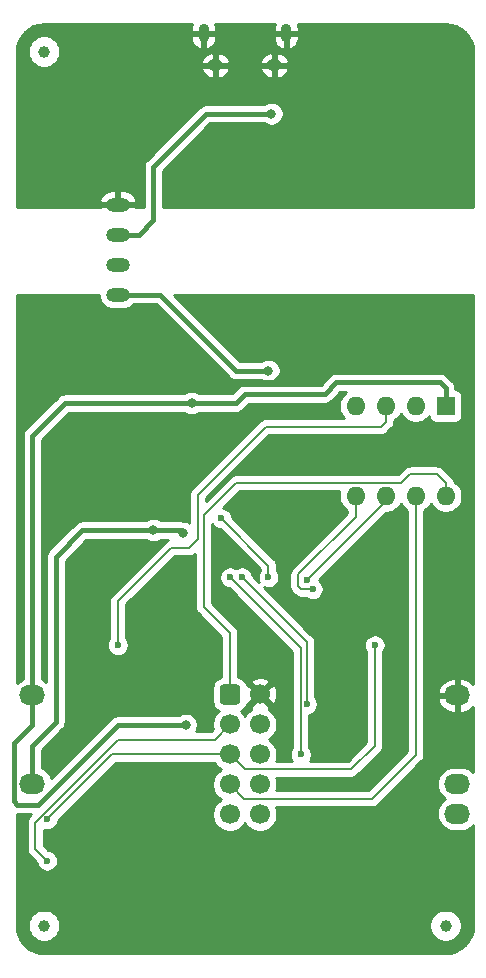
<source format=gbl>
%TF.GenerationSoftware,KiCad,Pcbnew,(5.1.10)-1*%
%TF.CreationDate,2022-01-11T09:06:52+01:00*%
%TF.ProjectId,EspOptoProg,4573704f-7074-46f5-9072-6f672e6b6963,rev?*%
%TF.SameCoordinates,Original*%
%TF.FileFunction,Copper,L2,Bot*%
%TF.FilePolarity,Positive*%
%FSLAX46Y46*%
G04 Gerber Fmt 4.6, Leading zero omitted, Abs format (unit mm)*
G04 Created by KiCad (PCBNEW (5.1.10)-1) date 2022-01-11 09:06:52*
%MOMM*%
%LPD*%
G01*
G04 APERTURE LIST*
%TA.AperFunction,ComponentPad*%
%ADD10O,2.000000X1.200000*%
%TD*%
%TA.AperFunction,SMDPad,CuDef*%
%ADD11C,1.000000*%
%TD*%
%TA.AperFunction,ComponentPad*%
%ADD12O,1.600000X1.600000*%
%TD*%
%TA.AperFunction,ComponentPad*%
%ADD13R,1.600000X1.600000*%
%TD*%
%TA.AperFunction,ComponentPad*%
%ADD14C,1.700000*%
%TD*%
%TA.AperFunction,ComponentPad*%
%ADD15O,2.200000X1.700000*%
%TD*%
%TA.AperFunction,ComponentPad*%
%ADD16O,0.900000X1.550000*%
%TD*%
%TA.AperFunction,ComponentPad*%
%ADD17O,1.300000X1.000000*%
%TD*%
%TA.AperFunction,ViaPad*%
%ADD18C,0.800000*%
%TD*%
%TA.AperFunction,ViaPad*%
%ADD19C,0.600000*%
%TD*%
%TA.AperFunction,Conductor*%
%ADD20C,0.400000*%
%TD*%
%TA.AperFunction,Conductor*%
%ADD21C,0.200000*%
%TD*%
%TA.AperFunction,Conductor*%
%ADD22C,0.249000*%
%TD*%
%TA.AperFunction,Conductor*%
%ADD23C,0.100000*%
%TD*%
G04 APERTURE END LIST*
D10*
%TO.P,U50,4*%
%TO.N,VCC*%
X9250000Y56440000D03*
%TO.P,U50,3*%
%TO.N,GND*%
X9250000Y58980000D03*
%TO.P,U50,2*%
%TO.N,VUSB*%
X9250000Y61520000D03*
%TO.P,U50,1*%
%TO.N,GND2*%
X9250000Y64060000D03*
%TD*%
D11*
%TO.P,FID6,0*%
%TO.N,N/C*%
X37000000Y3000000D03*
%TD*%
%TO.P,FID5,0*%
%TO.N,N/C*%
X3000000Y3000000D03*
%TD*%
%TO.P,FID4,0*%
%TO.N,N/C*%
X3000000Y77000000D03*
%TD*%
D12*
%TO.P,J30,8*%
%TO.N,Net-(D72-Pad2)*%
X37000000Y39380000D03*
%TO.P,J30,4*%
%TO.N,Net-(J30-Pad4)*%
X29380000Y47000000D03*
%TO.P,J30,7*%
%TO.N,Net-(D71-Pad2)*%
X34460000Y39380000D03*
%TO.P,J30,3*%
%TO.N,Net-(J30-Pad3)*%
X31920000Y47000000D03*
%TO.P,J30,6*%
%TO.N,Net-(J30-Pad6)*%
X31920000Y39380000D03*
%TO.P,J30,2*%
%TO.N,VCC*%
X34460000Y47000000D03*
%TO.P,J30,5*%
%TO.N,Net-(J30-Pad5)*%
X29380000Y39380000D03*
D13*
%TO.P,J30,1*%
%TO.N,3V3*%
X37000000Y47000000D03*
%TD*%
D14*
%TO.P,J40,10*%
%TO.N,Net-(J40-Pad10)*%
X21270000Y12420000D03*
%TO.P,J40,8*%
%TO.N,Net-(J40-Pad8)*%
X21270000Y14960000D03*
%TO.P,J40,6*%
%TO.N,Net-(J40-Pad6)*%
X21270000Y17500000D03*
%TO.P,J40,4*%
%TO.N,Net-(J40-Pad4)*%
X21270000Y20040000D03*
%TO.P,J40,2*%
%TO.N,GND*%
X21270000Y22580000D03*
%TO.P,J40,9*%
%TO.N,N/C*%
X18730000Y12420000D03*
%TO.P,J40,7*%
%TO.N,Net-(D71-Pad2)*%
X18730000Y14960000D03*
%TO.P,J40,5*%
%TO.N,Net-(J30-Pad4)*%
X18730000Y17500000D03*
%TO.P,J40,3*%
%TO.N,Net-(J30-Pad3)*%
X18730000Y20040000D03*
%TO.P,J40,1*%
%TO.N,Net-(D72-Pad2)*%
%TA.AperFunction,ComponentPad*%
G36*
G01*
X17880000Y21980000D02*
X17880000Y23180000D01*
G75*
G02*
X18130000Y23430000I250000J0D01*
G01*
X19330000Y23430000D01*
G75*
G02*
X19580000Y23180000I0J-250000D01*
G01*
X19580000Y21980000D01*
G75*
G02*
X19330000Y21730000I-250000J0D01*
G01*
X18130000Y21730000D01*
G75*
G02*
X17880000Y21980000I0J250000D01*
G01*
G37*
%TD.AperFunction*%
%TD*%
D15*
%TO.P,TP45,1*%
%TO.N,VCC*%
X2000000Y15000000D03*
%TD*%
%TO.P,TP44,1*%
%TO.N,3V3*%
X2000000Y22500000D03*
%TD*%
%TO.P,TP43,1*%
%TO.N,Net-(J40-Pad10)*%
X38000000Y12500000D03*
%TD*%
%TO.P,TP42,1*%
%TO.N,Net-(J40-Pad8)*%
X38000000Y15000000D03*
%TD*%
%TO.P,TP41,1*%
%TO.N,GND*%
X38000000Y22500000D03*
%TD*%
D16*
%TO.P,K10,6*%
%TO.N,GND2*%
X16500000Y78550000D03*
D17*
X22500000Y75850000D03*
X17500000Y75850000D03*
D16*
X23500000Y78550000D03*
%TD*%
D18*
%TO.N,GND*%
X17750000Y49000000D03*
X11250000Y8250000D03*
D19*
X6750000Y22750000D03*
X5500000Y39000000D03*
X26250000Y36750000D03*
X16250000Y21750000D03*
X16250000Y16250000D03*
X9000000Y13500000D03*
X34000000Y13750000D03*
D18*
X23750000Y51000000D03*
D19*
X16500000Y13500000D03*
X25000000Y11750000D03*
D18*
%TO.N,3V3*%
X15500000Y47250000D03*
X15000000Y20000000D03*
%TO.N,VUSB*%
X22250000Y71750000D03*
D19*
%TO.N,Net-(C30-Pad1)*%
X22000000Y32500000D03*
X18000000Y37500000D03*
D18*
%TO.N,VCC*%
X12250000Y36500000D03*
X14750000Y36250000D03*
X22000000Y50000000D03*
D19*
%TO.N,Net-(D30-Pad1)*%
X18750000Y32500000D03*
X24750000Y17500000D03*
%TO.N,Net-(D31-Pad1)*%
X19750000Y32500000D03*
X25250000Y21750000D03*
%TO.N,Net-(J30-Pad4)*%
X3250000Y12000000D03*
X31000000Y26750000D03*
%TO.N,Net-(J30-Pad3)*%
X3250000Y8500000D03*
X9250000Y26750000D03*
%TO.N,Net-(J30-Pad6)*%
X25250000Y32250000D03*
%TO.N,Net-(J30-Pad5)*%
X25750000Y31500000D03*
%TD*%
D20*
%TO.N,GND*%
X11250000Y8250000D02*
X27250000Y8250000D01*
X38000000Y19000000D02*
X38000000Y22500000D01*
X27250000Y8250000D02*
X38000000Y19000000D01*
X17750000Y49000000D02*
X22500000Y49000000D01*
X23750000Y50250000D02*
X23750000Y51000000D01*
X22500000Y49000000D02*
X23750000Y50250000D01*
%TO.N,3V3*%
X15500000Y47250000D02*
X19250000Y47250000D01*
X19250000Y47250000D02*
X20000000Y48000000D01*
X20000000Y48000000D02*
X26750000Y48000000D01*
X26750000Y48000000D02*
X27750000Y49000000D01*
X27750000Y49000000D02*
X36500000Y49000000D01*
X37000000Y48500000D02*
X37000000Y47000000D01*
X36500000Y49000000D02*
X37000000Y48500000D01*
X2000000Y22500000D02*
X2000000Y44500000D01*
X4750000Y47250000D02*
X15500000Y47250000D01*
X2000000Y44500000D02*
X4750000Y47250000D01*
X15000000Y20000000D02*
X9250000Y20000000D01*
X9250000Y20000000D02*
X2500000Y13250000D01*
X750000Y13250000D02*
X450010Y13549990D01*
X2500000Y13250000D02*
X750000Y13250000D01*
X450010Y13549990D02*
X450010Y18450010D01*
X2000000Y20000000D02*
X2000000Y22500000D01*
X450010Y18450010D02*
X2000000Y20000000D01*
%TO.N,VUSB*%
X22250000Y71750000D02*
X16750000Y71750000D01*
X16750000Y71750000D02*
X12250000Y67250000D01*
X12250000Y67250000D02*
X12250000Y62750000D01*
X11020000Y61520000D02*
X10000000Y61520000D01*
X12250000Y62750000D02*
X11020000Y61520000D01*
D21*
%TO.N,Net-(C30-Pad1)*%
X22000000Y33500000D02*
X22000000Y32500000D01*
X18000000Y37500000D02*
X22000000Y33500000D01*
D20*
%TO.N,VCC*%
X14500000Y36500000D02*
X14750000Y36250000D01*
X12250000Y36500000D02*
X14500000Y36500000D01*
X2000000Y15000000D02*
X2000000Y18250000D01*
X2000000Y18250000D02*
X4000000Y20250000D01*
X4000000Y20250000D02*
X4000000Y34250000D01*
X6250000Y36500000D02*
X12250000Y36500000D01*
X4000000Y34250000D02*
X6250000Y36500000D01*
X19250000Y50000000D02*
X12810000Y56440000D01*
X22000000Y50000000D02*
X19250000Y50000000D01*
X11310000Y56440000D02*
X9250000Y56440000D01*
X12810000Y56440000D02*
X11310000Y56440000D01*
X11310000Y56440000D02*
X10000000Y56440000D01*
D21*
%TO.N,Net-(D30-Pad1)*%
X24750000Y20250000D02*
X24750000Y26500000D01*
X24750000Y26500000D02*
X18750000Y32500000D01*
X24750000Y20250000D02*
X24750000Y17500000D01*
%TO.N,Net-(D31-Pad1)*%
X25000000Y27250000D02*
X19750000Y32500000D01*
X25250000Y27000000D02*
X25000000Y27250000D01*
X25250000Y21750000D02*
X25250000Y27000000D01*
%TO.N,Net-(D71-Pad2)*%
X18730000Y14960000D02*
X19940000Y13750000D01*
X19940000Y13750000D02*
X30750000Y13750000D01*
X34460000Y17460000D02*
X34460000Y39380000D01*
X30750000Y13750000D02*
X34460000Y17460000D01*
%TO.N,Net-(D72-Pad2)*%
X18730000Y27770000D02*
X18730000Y22580000D01*
X16500000Y37750000D02*
X16500000Y30000000D01*
X16500000Y30000000D02*
X18730000Y27770000D01*
X19250000Y40500000D02*
X16500000Y37750000D01*
X33250000Y40500000D02*
X19250000Y40500000D01*
X34000000Y41250000D02*
X33250000Y40500000D01*
X36250000Y41250000D02*
X34000000Y41250000D01*
X37000000Y40500000D02*
X36250000Y41250000D01*
X37000000Y39380000D02*
X37000000Y40500000D01*
%TO.N,Net-(J30-Pad4)*%
X8750000Y17500000D02*
X18730000Y17500000D01*
X3250000Y12000000D02*
X8750000Y17500000D01*
X18730000Y17500000D02*
X19980000Y16250000D01*
X19980000Y16250000D02*
X23750000Y16250000D01*
X23750000Y16250000D02*
X29000000Y16250000D01*
X31000000Y18250000D02*
X31000000Y26750000D01*
X29000000Y16250000D02*
X31000000Y18250000D01*
%TO.N,Net-(J30-Pad3)*%
X3250000Y8500000D02*
X2250000Y9500000D01*
X2250000Y9500000D02*
X2250000Y11740002D01*
X17435001Y18745001D02*
X18730000Y20040000D01*
X9254999Y18745001D02*
X17435001Y18745001D01*
X2250000Y11740002D02*
X9254999Y18745001D01*
X31920000Y45670000D02*
X31920000Y47000000D01*
X21750000Y45250000D02*
X31500000Y45250000D01*
X16000000Y35750000D02*
X16000000Y39500000D01*
X15250000Y35000000D02*
X16000000Y35750000D01*
X16000000Y39500000D02*
X21750000Y45250000D01*
X13750000Y35000000D02*
X15250000Y35000000D01*
X31500000Y45250000D02*
X31920000Y45670000D01*
X9250000Y30500000D02*
X13750000Y35000000D01*
X9250000Y26750000D02*
X9250000Y30500000D01*
%TO.N,Net-(J30-Pad6)*%
X31920000Y38920000D02*
X31920000Y39380000D01*
X25250000Y32250000D02*
X31920000Y38920000D01*
%TO.N,Net-(J30-Pad5)*%
X25750000Y31500000D02*
X24750000Y31500000D01*
X24750000Y31500000D02*
X24500000Y31750000D01*
X24500000Y31750000D02*
X24500000Y32750000D01*
X29380000Y37630000D02*
X29380000Y39380000D01*
X24500000Y32750000D02*
X29380000Y37630000D01*
%TD*%
D22*
%TO.N,GND2*%
X15471513Y79207028D02*
X15426500Y79000000D01*
X15426500Y78675000D01*
X16375000Y78675000D01*
X16375000Y78695000D01*
X16625000Y78695000D01*
X16625000Y78675000D01*
X17573500Y78675000D01*
X17573500Y79000000D01*
X17528487Y79207028D01*
X17476497Y79326500D01*
X22523503Y79326500D01*
X22471513Y79207028D01*
X22426500Y79000000D01*
X22426500Y78675000D01*
X23375000Y78675000D01*
X23375000Y78695000D01*
X23625000Y78695000D01*
X23625000Y78675000D01*
X24573500Y78675000D01*
X24573500Y79000000D01*
X24528487Y79207028D01*
X24476497Y79326500D01*
X36967056Y79326500D01*
X37451259Y79279023D01*
X37885328Y79147970D01*
X38285679Y78935101D01*
X38637059Y78648522D01*
X38926077Y78299160D01*
X39141737Y77900304D01*
X39275818Y77467160D01*
X39326500Y76984949D01*
X39326500Y63874500D01*
X13073500Y63874500D01*
X13073500Y66908897D01*
X17091104Y70926500D01*
X21640204Y70926500D01*
X21765191Y70842986D01*
X21951456Y70765833D01*
X22149194Y70726500D01*
X22350806Y70726500D01*
X22548544Y70765833D01*
X22734809Y70842986D01*
X22902443Y70954996D01*
X23045004Y71097557D01*
X23157014Y71265191D01*
X23234167Y71451456D01*
X23273500Y71649194D01*
X23273500Y71850806D01*
X23234167Y72048544D01*
X23157014Y72234809D01*
X23045004Y72402443D01*
X22902443Y72545004D01*
X22734809Y72657014D01*
X22548544Y72734167D01*
X22350806Y72773500D01*
X22149194Y72773500D01*
X21951456Y72734167D01*
X21765191Y72657014D01*
X21640204Y72573500D01*
X16790447Y72573500D01*
X16749999Y72577484D01*
X16709552Y72573500D01*
X16709550Y72573500D01*
X16588566Y72561584D01*
X16433336Y72514496D01*
X16290275Y72438028D01*
X16164880Y72335120D01*
X16139088Y72303692D01*
X11696314Y67860917D01*
X11664880Y67835120D01*
X11561972Y67709724D01*
X11485504Y67566663D01*
X11438416Y67411433D01*
X11426500Y67290450D01*
X11422516Y67250000D01*
X11426500Y67209552D01*
X11426501Y63874500D01*
X10749453Y63874500D01*
X10710282Y63935000D01*
X9375000Y63935000D01*
X9375000Y63915000D01*
X9125000Y63915000D01*
X9125000Y63935000D01*
X7789718Y63935000D01*
X7750547Y63874500D01*
X673500Y63874500D01*
X673500Y64373857D01*
X7667441Y64373857D01*
X7789718Y64185000D01*
X9125000Y64185000D01*
X9125000Y65283500D01*
X9375000Y65283500D01*
X9375000Y64185000D01*
X10710282Y64185000D01*
X10832559Y64373857D01*
X10828203Y64412730D01*
X10736750Y64635808D01*
X10603534Y64836758D01*
X10433674Y65007858D01*
X10233698Y65142532D01*
X10011291Y65235605D01*
X9775000Y65283500D01*
X9375000Y65283500D01*
X9125000Y65283500D01*
X8725000Y65283500D01*
X8488709Y65235605D01*
X8266302Y65142532D01*
X8066326Y65007858D01*
X7896466Y64836758D01*
X7763250Y64635808D01*
X7671797Y64412730D01*
X7667441Y64373857D01*
X673500Y64373857D01*
X673500Y75551876D01*
X16266776Y75551876D01*
X16338907Y75356351D01*
X16454641Y75168582D01*
X16604783Y75006999D01*
X16783564Y74877812D01*
X16984112Y74785986D01*
X17198721Y74735049D01*
X17375000Y74880986D01*
X17375000Y75725000D01*
X17625000Y75725000D01*
X17625000Y74880986D01*
X17801279Y74735049D01*
X18015888Y74785986D01*
X18216436Y74877812D01*
X18395217Y75006999D01*
X18545359Y75168582D01*
X18661093Y75356351D01*
X18733224Y75551876D01*
X21266776Y75551876D01*
X21338907Y75356351D01*
X21454641Y75168582D01*
X21604783Y75006999D01*
X21783564Y74877812D01*
X21984112Y74785986D01*
X22198721Y74735049D01*
X22375000Y74880986D01*
X22375000Y75725000D01*
X22625000Y75725000D01*
X22625000Y74880986D01*
X22801279Y74735049D01*
X23015888Y74785986D01*
X23216436Y74877812D01*
X23395217Y75006999D01*
X23545359Y75168582D01*
X23661093Y75356351D01*
X23733224Y75551876D01*
X23609517Y75725000D01*
X22625000Y75725000D01*
X22375000Y75725000D01*
X21390483Y75725000D01*
X21266776Y75551876D01*
X18733224Y75551876D01*
X18609517Y75725000D01*
X17625000Y75725000D01*
X17375000Y75725000D01*
X16390483Y75725000D01*
X16266776Y75551876D01*
X673500Y75551876D01*
X673500Y76967056D01*
X690004Y77135376D01*
X1625500Y77135376D01*
X1625500Y76864624D01*
X1678321Y76599073D01*
X1781934Y76348930D01*
X1932356Y76123807D01*
X2123807Y75932356D01*
X2348930Y75781934D01*
X2599073Y75678321D01*
X2864624Y75625500D01*
X3135376Y75625500D01*
X3400927Y75678321D01*
X3651070Y75781934D01*
X3876193Y75932356D01*
X4067644Y76123807D01*
X4083892Y76148124D01*
X16266776Y76148124D01*
X16390483Y75975000D01*
X17375000Y75975000D01*
X17375000Y76819014D01*
X17625000Y76819014D01*
X17625000Y75975000D01*
X18609517Y75975000D01*
X18733224Y76148124D01*
X21266776Y76148124D01*
X21390483Y75975000D01*
X22375000Y75975000D01*
X22375000Y76819014D01*
X22625000Y76819014D01*
X22625000Y75975000D01*
X23609517Y75975000D01*
X23733224Y76148124D01*
X23661093Y76343649D01*
X23545359Y76531418D01*
X23395217Y76693001D01*
X23216436Y76822188D01*
X23015888Y76914014D01*
X22801279Y76964951D01*
X22625000Y76819014D01*
X22375000Y76819014D01*
X22198721Y76964951D01*
X21984112Y76914014D01*
X21783564Y76822188D01*
X21604783Y76693001D01*
X21454641Y76531418D01*
X21338907Y76343649D01*
X21266776Y76148124D01*
X18733224Y76148124D01*
X18661093Y76343649D01*
X18545359Y76531418D01*
X18395217Y76693001D01*
X18216436Y76822188D01*
X18015888Y76914014D01*
X17801279Y76964951D01*
X17625000Y76819014D01*
X17375000Y76819014D01*
X17198721Y76964951D01*
X16984112Y76914014D01*
X16783564Y76822188D01*
X16604783Y76693001D01*
X16454641Y76531418D01*
X16338907Y76343649D01*
X16266776Y76148124D01*
X4083892Y76148124D01*
X4218066Y76348930D01*
X4321679Y76599073D01*
X4374500Y76864624D01*
X4374500Y77135376D01*
X4321679Y77400927D01*
X4218066Y77651070D01*
X4067644Y77876193D01*
X3876193Y78067644D01*
X3651070Y78218066D01*
X3400927Y78321679D01*
X3135376Y78374500D01*
X2864624Y78374500D01*
X2599073Y78321679D01*
X2348930Y78218066D01*
X2123807Y78067644D01*
X1932356Y77876193D01*
X1781934Y77651070D01*
X1678321Y77400927D01*
X1625500Y77135376D01*
X690004Y77135376D01*
X720977Y77451259D01*
X852030Y77885328D01*
X1064899Y78285679D01*
X1178526Y78425000D01*
X15426500Y78425000D01*
X15426500Y78100000D01*
X15471513Y77892972D01*
X15556051Y77698704D01*
X15676864Y77524661D01*
X15829310Y77377532D01*
X16007530Y77262971D01*
X16209749Y77191483D01*
X16375000Y77315929D01*
X16375000Y78425000D01*
X16625000Y78425000D01*
X16625000Y77315929D01*
X16790251Y77191483D01*
X16992470Y77262971D01*
X17170690Y77377532D01*
X17323136Y77524661D01*
X17443949Y77698704D01*
X17528487Y77892972D01*
X17573500Y78100000D01*
X17573500Y78425000D01*
X22426500Y78425000D01*
X22426500Y78100000D01*
X22471513Y77892972D01*
X22556051Y77698704D01*
X22676864Y77524661D01*
X22829310Y77377532D01*
X23007530Y77262971D01*
X23209749Y77191483D01*
X23375000Y77315929D01*
X23375000Y78425000D01*
X23625000Y78425000D01*
X23625000Y77315929D01*
X23790251Y77191483D01*
X23992470Y77262971D01*
X24170690Y77377532D01*
X24323136Y77524661D01*
X24443949Y77698704D01*
X24528487Y77892972D01*
X24573500Y78100000D01*
X24573500Y78425000D01*
X23625000Y78425000D01*
X23375000Y78425000D01*
X22426500Y78425000D01*
X17573500Y78425000D01*
X16625000Y78425000D01*
X16375000Y78425000D01*
X15426500Y78425000D01*
X1178526Y78425000D01*
X1351478Y78637059D01*
X1700840Y78926077D01*
X2099696Y79141737D01*
X2532840Y79275818D01*
X3015051Y79326500D01*
X15523503Y79326500D01*
X15471513Y79207028D01*
%TA.AperFunction,Conductor*%
D23*
G36*
X15471513Y79207028D02*
G01*
X15426500Y79000000D01*
X15426500Y78675000D01*
X16375000Y78675000D01*
X16375000Y78695000D01*
X16625000Y78695000D01*
X16625000Y78675000D01*
X17573500Y78675000D01*
X17573500Y79000000D01*
X17528487Y79207028D01*
X17476497Y79326500D01*
X22523503Y79326500D01*
X22471513Y79207028D01*
X22426500Y79000000D01*
X22426500Y78675000D01*
X23375000Y78675000D01*
X23375000Y78695000D01*
X23625000Y78695000D01*
X23625000Y78675000D01*
X24573500Y78675000D01*
X24573500Y79000000D01*
X24528487Y79207028D01*
X24476497Y79326500D01*
X36967056Y79326500D01*
X37451259Y79279023D01*
X37885328Y79147970D01*
X38285679Y78935101D01*
X38637059Y78648522D01*
X38926077Y78299160D01*
X39141737Y77900304D01*
X39275818Y77467160D01*
X39326500Y76984949D01*
X39326500Y63874500D01*
X13073500Y63874500D01*
X13073500Y66908897D01*
X17091104Y70926500D01*
X21640204Y70926500D01*
X21765191Y70842986D01*
X21951456Y70765833D01*
X22149194Y70726500D01*
X22350806Y70726500D01*
X22548544Y70765833D01*
X22734809Y70842986D01*
X22902443Y70954996D01*
X23045004Y71097557D01*
X23157014Y71265191D01*
X23234167Y71451456D01*
X23273500Y71649194D01*
X23273500Y71850806D01*
X23234167Y72048544D01*
X23157014Y72234809D01*
X23045004Y72402443D01*
X22902443Y72545004D01*
X22734809Y72657014D01*
X22548544Y72734167D01*
X22350806Y72773500D01*
X22149194Y72773500D01*
X21951456Y72734167D01*
X21765191Y72657014D01*
X21640204Y72573500D01*
X16790447Y72573500D01*
X16749999Y72577484D01*
X16709552Y72573500D01*
X16709550Y72573500D01*
X16588566Y72561584D01*
X16433336Y72514496D01*
X16290275Y72438028D01*
X16164880Y72335120D01*
X16139088Y72303692D01*
X11696314Y67860917D01*
X11664880Y67835120D01*
X11561972Y67709724D01*
X11485504Y67566663D01*
X11438416Y67411433D01*
X11426500Y67290450D01*
X11422516Y67250000D01*
X11426500Y67209552D01*
X11426501Y63874500D01*
X10749453Y63874500D01*
X10710282Y63935000D01*
X9375000Y63935000D01*
X9375000Y63915000D01*
X9125000Y63915000D01*
X9125000Y63935000D01*
X7789718Y63935000D01*
X7750547Y63874500D01*
X673500Y63874500D01*
X673500Y64373857D01*
X7667441Y64373857D01*
X7789718Y64185000D01*
X9125000Y64185000D01*
X9125000Y65283500D01*
X9375000Y65283500D01*
X9375000Y64185000D01*
X10710282Y64185000D01*
X10832559Y64373857D01*
X10828203Y64412730D01*
X10736750Y64635808D01*
X10603534Y64836758D01*
X10433674Y65007858D01*
X10233698Y65142532D01*
X10011291Y65235605D01*
X9775000Y65283500D01*
X9375000Y65283500D01*
X9125000Y65283500D01*
X8725000Y65283500D01*
X8488709Y65235605D01*
X8266302Y65142532D01*
X8066326Y65007858D01*
X7896466Y64836758D01*
X7763250Y64635808D01*
X7671797Y64412730D01*
X7667441Y64373857D01*
X673500Y64373857D01*
X673500Y75551876D01*
X16266776Y75551876D01*
X16338907Y75356351D01*
X16454641Y75168582D01*
X16604783Y75006999D01*
X16783564Y74877812D01*
X16984112Y74785986D01*
X17198721Y74735049D01*
X17375000Y74880986D01*
X17375000Y75725000D01*
X17625000Y75725000D01*
X17625000Y74880986D01*
X17801279Y74735049D01*
X18015888Y74785986D01*
X18216436Y74877812D01*
X18395217Y75006999D01*
X18545359Y75168582D01*
X18661093Y75356351D01*
X18733224Y75551876D01*
X21266776Y75551876D01*
X21338907Y75356351D01*
X21454641Y75168582D01*
X21604783Y75006999D01*
X21783564Y74877812D01*
X21984112Y74785986D01*
X22198721Y74735049D01*
X22375000Y74880986D01*
X22375000Y75725000D01*
X22625000Y75725000D01*
X22625000Y74880986D01*
X22801279Y74735049D01*
X23015888Y74785986D01*
X23216436Y74877812D01*
X23395217Y75006999D01*
X23545359Y75168582D01*
X23661093Y75356351D01*
X23733224Y75551876D01*
X23609517Y75725000D01*
X22625000Y75725000D01*
X22375000Y75725000D01*
X21390483Y75725000D01*
X21266776Y75551876D01*
X18733224Y75551876D01*
X18609517Y75725000D01*
X17625000Y75725000D01*
X17375000Y75725000D01*
X16390483Y75725000D01*
X16266776Y75551876D01*
X673500Y75551876D01*
X673500Y76967056D01*
X690004Y77135376D01*
X1625500Y77135376D01*
X1625500Y76864624D01*
X1678321Y76599073D01*
X1781934Y76348930D01*
X1932356Y76123807D01*
X2123807Y75932356D01*
X2348930Y75781934D01*
X2599073Y75678321D01*
X2864624Y75625500D01*
X3135376Y75625500D01*
X3400927Y75678321D01*
X3651070Y75781934D01*
X3876193Y75932356D01*
X4067644Y76123807D01*
X4083892Y76148124D01*
X16266776Y76148124D01*
X16390483Y75975000D01*
X17375000Y75975000D01*
X17375000Y76819014D01*
X17625000Y76819014D01*
X17625000Y75975000D01*
X18609517Y75975000D01*
X18733224Y76148124D01*
X21266776Y76148124D01*
X21390483Y75975000D01*
X22375000Y75975000D01*
X22375000Y76819014D01*
X22625000Y76819014D01*
X22625000Y75975000D01*
X23609517Y75975000D01*
X23733224Y76148124D01*
X23661093Y76343649D01*
X23545359Y76531418D01*
X23395217Y76693001D01*
X23216436Y76822188D01*
X23015888Y76914014D01*
X22801279Y76964951D01*
X22625000Y76819014D01*
X22375000Y76819014D01*
X22198721Y76964951D01*
X21984112Y76914014D01*
X21783564Y76822188D01*
X21604783Y76693001D01*
X21454641Y76531418D01*
X21338907Y76343649D01*
X21266776Y76148124D01*
X18733224Y76148124D01*
X18661093Y76343649D01*
X18545359Y76531418D01*
X18395217Y76693001D01*
X18216436Y76822188D01*
X18015888Y76914014D01*
X17801279Y76964951D01*
X17625000Y76819014D01*
X17375000Y76819014D01*
X17198721Y76964951D01*
X16984112Y76914014D01*
X16783564Y76822188D01*
X16604783Y76693001D01*
X16454641Y76531418D01*
X16338907Y76343649D01*
X16266776Y76148124D01*
X4083892Y76148124D01*
X4218066Y76348930D01*
X4321679Y76599073D01*
X4374500Y76864624D01*
X4374500Y77135376D01*
X4321679Y77400927D01*
X4218066Y77651070D01*
X4067644Y77876193D01*
X3876193Y78067644D01*
X3651070Y78218066D01*
X3400927Y78321679D01*
X3135376Y78374500D01*
X2864624Y78374500D01*
X2599073Y78321679D01*
X2348930Y78218066D01*
X2123807Y78067644D01*
X1932356Y77876193D01*
X1781934Y77651070D01*
X1678321Y77400927D01*
X1625500Y77135376D01*
X690004Y77135376D01*
X720977Y77451259D01*
X852030Y77885328D01*
X1064899Y78285679D01*
X1178526Y78425000D01*
X15426500Y78425000D01*
X15426500Y78100000D01*
X15471513Y77892972D01*
X15556051Y77698704D01*
X15676864Y77524661D01*
X15829310Y77377532D01*
X16007530Y77262971D01*
X16209749Y77191483D01*
X16375000Y77315929D01*
X16375000Y78425000D01*
X16625000Y78425000D01*
X16625000Y77315929D01*
X16790251Y77191483D01*
X16992470Y77262971D01*
X17170690Y77377532D01*
X17323136Y77524661D01*
X17443949Y77698704D01*
X17528487Y77892972D01*
X17573500Y78100000D01*
X17573500Y78425000D01*
X22426500Y78425000D01*
X22426500Y78100000D01*
X22471513Y77892972D01*
X22556051Y77698704D01*
X22676864Y77524661D01*
X22829310Y77377532D01*
X23007530Y77262971D01*
X23209749Y77191483D01*
X23375000Y77315929D01*
X23375000Y78425000D01*
X23625000Y78425000D01*
X23625000Y77315929D01*
X23790251Y77191483D01*
X23992470Y77262971D01*
X24170690Y77377532D01*
X24323136Y77524661D01*
X24443949Y77698704D01*
X24528487Y77892972D01*
X24573500Y78100000D01*
X24573500Y78425000D01*
X23625000Y78425000D01*
X23375000Y78425000D01*
X22426500Y78425000D01*
X17573500Y78425000D01*
X16625000Y78425000D01*
X16375000Y78425000D01*
X15426500Y78425000D01*
X1178526Y78425000D01*
X1351478Y78637059D01*
X1700840Y78926077D01*
X2099696Y79141737D01*
X2532840Y79275818D01*
X3015051Y79326500D01*
X15523503Y79326500D01*
X15471513Y79207028D01*
G37*
%TD.AperFunction*%
%TD*%
D22*
%TO.N,GND*%
X7644204Y56200152D02*
X7714165Y55969522D01*
X7827775Y55756971D01*
X7980669Y55570669D01*
X8166971Y55417775D01*
X8379522Y55304165D01*
X8610152Y55234204D01*
X8789903Y55216500D01*
X9710097Y55216500D01*
X9889848Y55234204D01*
X10120478Y55304165D01*
X10333029Y55417775D01*
X10519331Y55570669D01*
X10556944Y55616500D01*
X12468897Y55616500D01*
X18639092Y49446303D01*
X18664880Y49414880D01*
X18790275Y49311972D01*
X18933336Y49235504D01*
X19088566Y49188416D01*
X19209550Y49176500D01*
X19209552Y49176500D01*
X19249999Y49172516D01*
X19290447Y49176500D01*
X21390204Y49176500D01*
X21515191Y49092986D01*
X21701456Y49015833D01*
X21899194Y48976500D01*
X22100806Y48976500D01*
X22298544Y49015833D01*
X22484809Y49092986D01*
X22652443Y49204996D01*
X22795004Y49347557D01*
X22907014Y49515191D01*
X22984167Y49701456D01*
X23023500Y49899194D01*
X23023500Y50100806D01*
X22984167Y50298544D01*
X22907014Y50484809D01*
X22795004Y50652443D01*
X22652443Y50795004D01*
X22484809Y50907014D01*
X22298544Y50984167D01*
X22100806Y51023500D01*
X21899194Y51023500D01*
X21701456Y50984167D01*
X21515191Y50907014D01*
X21390204Y50823500D01*
X19591105Y50823500D01*
X14039103Y56375500D01*
X39326500Y56375500D01*
X39326501Y23505904D01*
X39172566Y23655724D01*
X38929369Y23813501D01*
X38660064Y23920801D01*
X38375000Y23973500D01*
X38125000Y23973500D01*
X38125000Y22625000D01*
X38145000Y22625000D01*
X38145000Y22375000D01*
X38125000Y22375000D01*
X38125000Y21026500D01*
X38375000Y21026500D01*
X38660064Y21079199D01*
X38929369Y21186499D01*
X39172566Y21344276D01*
X39326501Y21494096D01*
X39326501Y16010971D01*
X39296963Y16046963D01*
X39072593Y16231098D01*
X38816612Y16367923D01*
X38538856Y16452179D01*
X38322382Y16473500D01*
X37677618Y16473500D01*
X37461144Y16452179D01*
X37183388Y16367923D01*
X36927407Y16231098D01*
X36703037Y16046963D01*
X36518902Y15822593D01*
X36382077Y15566612D01*
X36297821Y15288856D01*
X36269371Y15000000D01*
X36297821Y14711144D01*
X36382077Y14433388D01*
X36518902Y14177407D01*
X36703037Y13953037D01*
X36927407Y13768902D01*
X36962770Y13750000D01*
X36927407Y13731098D01*
X36703037Y13546963D01*
X36518902Y13322593D01*
X36382077Y13066612D01*
X36297821Y12788856D01*
X36269371Y12500000D01*
X36297821Y12211144D01*
X36382077Y11933388D01*
X36518902Y11677407D01*
X36703037Y11453037D01*
X36927407Y11268902D01*
X37183388Y11132077D01*
X37461144Y11047821D01*
X37677618Y11026500D01*
X38322382Y11026500D01*
X38538856Y11047821D01*
X38816612Y11132077D01*
X39072593Y11268902D01*
X39296963Y11453037D01*
X39326501Y11489029D01*
X39326501Y3032954D01*
X39279023Y2548740D01*
X39147969Y2114668D01*
X38935100Y1714320D01*
X38648525Y1362944D01*
X38299159Y1073923D01*
X37900304Y858263D01*
X37467155Y724181D01*
X36984949Y673500D01*
X3032943Y673500D01*
X2548740Y720977D01*
X2114668Y852031D01*
X1714320Y1064900D01*
X1362944Y1351475D01*
X1073923Y1700841D01*
X858263Y2099696D01*
X724181Y2532845D01*
X673500Y3015051D01*
X673500Y3135376D01*
X1625500Y3135376D01*
X1625500Y2864624D01*
X1678321Y2599073D01*
X1781934Y2348930D01*
X1932356Y2123807D01*
X2123807Y1932356D01*
X2348930Y1781934D01*
X2599073Y1678321D01*
X2864624Y1625500D01*
X3135376Y1625500D01*
X3400927Y1678321D01*
X3651070Y1781934D01*
X3876193Y1932356D01*
X4067644Y2123807D01*
X4218066Y2348930D01*
X4321679Y2599073D01*
X4374500Y2864624D01*
X4374500Y3135376D01*
X35625500Y3135376D01*
X35625500Y2864624D01*
X35678321Y2599073D01*
X35781934Y2348930D01*
X35932356Y2123807D01*
X36123807Y1932356D01*
X36348930Y1781934D01*
X36599073Y1678321D01*
X36864624Y1625500D01*
X37135376Y1625500D01*
X37400927Y1678321D01*
X37651070Y1781934D01*
X37876193Y1932356D01*
X38067644Y2123807D01*
X38218066Y2348930D01*
X38321679Y2599073D01*
X38374500Y2864624D01*
X38374500Y3135376D01*
X38321679Y3400927D01*
X38218066Y3651070D01*
X38067644Y3876193D01*
X37876193Y4067644D01*
X37651070Y4218066D01*
X37400927Y4321679D01*
X37135376Y4374500D01*
X36864624Y4374500D01*
X36599073Y4321679D01*
X36348930Y4218066D01*
X36123807Y4067644D01*
X35932356Y3876193D01*
X35781934Y3651070D01*
X35678321Y3400927D01*
X35625500Y3135376D01*
X4374500Y3135376D01*
X4321679Y3400927D01*
X4218066Y3651070D01*
X4067644Y3876193D01*
X3876193Y4067644D01*
X3651070Y4218066D01*
X3400927Y4321679D01*
X3135376Y4374500D01*
X2864624Y4374500D01*
X2599073Y4321679D01*
X2348930Y4218066D01*
X2123807Y4067644D01*
X1932356Y3876193D01*
X1781934Y3651070D01*
X1678321Y3400927D01*
X1625500Y3135376D01*
X673500Y3135376D01*
X673500Y12430051D01*
X709550Y12426500D01*
X709552Y12426500D01*
X750000Y12422516D01*
X790447Y12426500D01*
X1913315Y12426500D01*
X1763537Y12276722D01*
X1735934Y12254069D01*
X1713281Y12226466D01*
X1645522Y12143901D01*
X1578340Y12018212D01*
X1536970Y11881832D01*
X1523000Y11740002D01*
X1526501Y11704459D01*
X1526500Y9535534D01*
X1523000Y9500000D01*
X1526500Y9464466D01*
X1526500Y9464465D01*
X1536969Y9358170D01*
X1578340Y9221790D01*
X1645522Y9096101D01*
X1735933Y8985934D01*
X1763537Y8963280D01*
X2328667Y8398150D01*
X2361990Y8230625D01*
X2431605Y8062559D01*
X2532671Y7911303D01*
X2661303Y7782671D01*
X2812559Y7681605D01*
X2980625Y7611990D01*
X3159043Y7576500D01*
X3340957Y7576500D01*
X3519375Y7611990D01*
X3687441Y7681605D01*
X3838697Y7782671D01*
X3967329Y7911303D01*
X4068395Y8062559D01*
X4138010Y8230625D01*
X4173500Y8409043D01*
X4173500Y8590957D01*
X4138010Y8769375D01*
X4068395Y8937441D01*
X3967329Y9088697D01*
X3838697Y9217329D01*
X3687441Y9318395D01*
X3519375Y9388010D01*
X3351850Y9421333D01*
X2973500Y9799683D01*
X2973500Y11114941D01*
X2980625Y11111990D01*
X3159043Y11076500D01*
X3340957Y11076500D01*
X3519375Y11111990D01*
X3687441Y11181605D01*
X3838697Y11282671D01*
X3967329Y11411303D01*
X4068395Y11562559D01*
X4138010Y11730625D01*
X4171333Y11898150D01*
X9049683Y16776500D01*
X17441264Y16776500D01*
X17585458Y16560698D01*
X17790698Y16355458D01*
X17978459Y16230000D01*
X17790698Y16104542D01*
X17585458Y15899302D01*
X17424201Y15657964D01*
X17313125Y15389804D01*
X17256500Y15105127D01*
X17256500Y14814873D01*
X17313125Y14530196D01*
X17424201Y14262036D01*
X17585458Y14020698D01*
X17790698Y13815458D01*
X17978459Y13690000D01*
X17790698Y13564542D01*
X17585458Y13359302D01*
X17424201Y13117964D01*
X17313125Y12849804D01*
X17256500Y12565127D01*
X17256500Y12274873D01*
X17313125Y11990196D01*
X17424201Y11722036D01*
X17585458Y11480698D01*
X17790698Y11275458D01*
X18032036Y11114201D01*
X18300196Y11003125D01*
X18584873Y10946500D01*
X18875127Y10946500D01*
X19159804Y11003125D01*
X19427964Y11114201D01*
X19669302Y11275458D01*
X19874542Y11480698D01*
X20000000Y11668459D01*
X20125458Y11480698D01*
X20330698Y11275458D01*
X20572036Y11114201D01*
X20840196Y11003125D01*
X21124873Y10946500D01*
X21415127Y10946500D01*
X21699804Y11003125D01*
X21967964Y11114201D01*
X22209302Y11275458D01*
X22414542Y11480698D01*
X22575799Y11722036D01*
X22686875Y11990196D01*
X22743500Y12274873D01*
X22743500Y12565127D01*
X22686875Y12849804D01*
X22613685Y13026500D01*
X30714466Y13026500D01*
X30750000Y13023000D01*
X30785534Y13026500D01*
X30785536Y13026500D01*
X30891831Y13036969D01*
X31028211Y13078340D01*
X31153900Y13145522D01*
X31264067Y13235933D01*
X31286725Y13263542D01*
X34946468Y16923284D01*
X34974066Y16945933D01*
X34996716Y16973532D01*
X34996719Y16973535D01*
X35064478Y17056100D01*
X35131660Y17181789D01*
X35146474Y17230625D01*
X35173031Y17318169D01*
X35183500Y17424464D01*
X35183500Y17424465D01*
X35187000Y17459999D01*
X35183500Y17495533D01*
X35183500Y22146864D01*
X36319442Y22146864D01*
X36340829Y22051601D01*
X36455384Y21785301D01*
X36619690Y21546467D01*
X36827434Y21344276D01*
X37070631Y21186499D01*
X37339936Y21079199D01*
X37625000Y21026500D01*
X37875000Y21026500D01*
X37875000Y22375000D01*
X36438318Y22375000D01*
X36319442Y22146864D01*
X35183500Y22146864D01*
X35183500Y22853136D01*
X36319442Y22853136D01*
X36438318Y22625000D01*
X37875000Y22625000D01*
X37875000Y23973500D01*
X37625000Y23973500D01*
X37339936Y23920801D01*
X37070631Y23813501D01*
X36827434Y23655724D01*
X36619690Y23453533D01*
X36455384Y23214699D01*
X36340829Y22948399D01*
X36319442Y22853136D01*
X35183500Y22853136D01*
X35183500Y38151398D01*
X35367429Y38274295D01*
X35565705Y38472571D01*
X35721490Y38705720D01*
X35730000Y38726265D01*
X35738510Y38705720D01*
X35894295Y38472571D01*
X36092571Y38274295D01*
X36325720Y38118510D01*
X36584780Y38011204D01*
X36859797Y37956500D01*
X37140203Y37956500D01*
X37415220Y38011204D01*
X37674280Y38118510D01*
X37907429Y38274295D01*
X38105705Y38472571D01*
X38261490Y38705720D01*
X38368796Y38964780D01*
X38423500Y39239797D01*
X38423500Y39520203D01*
X38368796Y39795220D01*
X38261490Y40054280D01*
X38105705Y40287429D01*
X37907429Y40485705D01*
X37715797Y40613749D01*
X37713031Y40641831D01*
X37671660Y40778211D01*
X37604478Y40903900D01*
X37514067Y41014067D01*
X37486464Y41036720D01*
X36786724Y41736459D01*
X36764067Y41764067D01*
X36653900Y41854478D01*
X36528211Y41921660D01*
X36391831Y41963031D01*
X36285536Y41973500D01*
X36285534Y41973500D01*
X36250000Y41977000D01*
X36214466Y41973500D01*
X34035533Y41973500D01*
X33999999Y41977000D01*
X33964465Y41973500D01*
X33964464Y41973500D01*
X33858169Y41963031D01*
X33721789Y41921660D01*
X33596100Y41854478D01*
X33485933Y41764067D01*
X33463280Y41736464D01*
X32950317Y41223500D01*
X19285533Y41223500D01*
X19249999Y41227000D01*
X19214465Y41223500D01*
X19214464Y41223500D01*
X19108169Y41213031D01*
X18971789Y41171660D01*
X18846100Y41104478D01*
X18735933Y41014067D01*
X18713281Y40986465D01*
X16723500Y38996683D01*
X16723500Y39200317D01*
X22049683Y44526500D01*
X31464466Y44526500D01*
X31500000Y44523000D01*
X31535534Y44526500D01*
X31535536Y44526500D01*
X31641831Y44536969D01*
X31778211Y44578340D01*
X31903900Y44645522D01*
X32014067Y44735933D01*
X32036725Y44763542D01*
X32406458Y45133276D01*
X32434066Y45155933D01*
X32524478Y45266100D01*
X32591660Y45391789D01*
X32633031Y45528169D01*
X32643500Y45634464D01*
X32643500Y45634465D01*
X32647000Y45670000D01*
X32643500Y45705536D01*
X32643500Y45771398D01*
X32827429Y45894295D01*
X33025705Y46092571D01*
X33181490Y46325720D01*
X33190000Y46346265D01*
X33198510Y46325720D01*
X33354295Y46092571D01*
X33552571Y45894295D01*
X33785720Y45738510D01*
X34044780Y45631204D01*
X34319797Y45576500D01*
X34600203Y45576500D01*
X34875220Y45631204D01*
X35134280Y45738510D01*
X35367429Y45894295D01*
X35565705Y46092571D01*
X35581706Y46116518D01*
X35585522Y46077773D01*
X35621175Y45960243D01*
X35679071Y45851926D01*
X35756986Y45756986D01*
X35851926Y45679071D01*
X35960243Y45621175D01*
X36077773Y45585522D01*
X36200000Y45573484D01*
X37800000Y45573484D01*
X37922227Y45585522D01*
X38039757Y45621175D01*
X38148074Y45679071D01*
X38243014Y45756986D01*
X38320929Y45851926D01*
X38378825Y45960243D01*
X38414478Y46077773D01*
X38426516Y46200000D01*
X38426516Y47800000D01*
X38414478Y47922227D01*
X38378825Y48039757D01*
X38320929Y48148074D01*
X38243014Y48243014D01*
X38148074Y48320929D01*
X38039757Y48378825D01*
X37922227Y48414478D01*
X37823500Y48424202D01*
X37823500Y48459550D01*
X37827484Y48500000D01*
X37811584Y48661435D01*
X37780321Y48764495D01*
X37764496Y48816664D01*
X37688028Y48959725D01*
X37585120Y49085120D01*
X37553692Y49110912D01*
X37110916Y49553687D01*
X37085120Y49585120D01*
X36959725Y49688028D01*
X36816664Y49764496D01*
X36661434Y49811584D01*
X36540450Y49823500D01*
X36540447Y49823500D01*
X36500000Y49827484D01*
X36459553Y49823500D01*
X27790450Y49823500D01*
X27750000Y49827484D01*
X27588565Y49811584D01*
X27541477Y49797300D01*
X27433336Y49764496D01*
X27290275Y49688028D01*
X27164880Y49585120D01*
X27139092Y49553697D01*
X26408896Y48823500D01*
X20040447Y48823500D01*
X19999999Y48827484D01*
X19959552Y48823500D01*
X19959550Y48823500D01*
X19838566Y48811584D01*
X19683336Y48764496D01*
X19540275Y48688028D01*
X19414880Y48585120D01*
X19389094Y48553699D01*
X18908896Y48073500D01*
X16109796Y48073500D01*
X15984809Y48157014D01*
X15798544Y48234167D01*
X15600806Y48273500D01*
X15399194Y48273500D01*
X15201456Y48234167D01*
X15015191Y48157014D01*
X14890204Y48073500D01*
X4790447Y48073500D01*
X4749999Y48077484D01*
X4709552Y48073500D01*
X4709550Y48073500D01*
X4588566Y48061584D01*
X4433336Y48014496D01*
X4290275Y47938028D01*
X4164880Y47835120D01*
X4139094Y47803699D01*
X1446309Y45110912D01*
X1414881Y45085120D01*
X1321874Y44971789D01*
X1311973Y44959725D01*
X1235505Y44816665D01*
X1188417Y44661434D01*
X1172516Y44500000D01*
X1176501Y44459543D01*
X1176500Y23864241D01*
X927407Y23731098D01*
X703037Y23546963D01*
X673500Y23510972D01*
X673500Y56375500D01*
X7626934Y56375500D01*
X7644204Y56200152D01*
%TA.AperFunction,Conductor*%
D23*
G36*
X7644204Y56200152D02*
G01*
X7714165Y55969522D01*
X7827775Y55756971D01*
X7980669Y55570669D01*
X8166971Y55417775D01*
X8379522Y55304165D01*
X8610152Y55234204D01*
X8789903Y55216500D01*
X9710097Y55216500D01*
X9889848Y55234204D01*
X10120478Y55304165D01*
X10333029Y55417775D01*
X10519331Y55570669D01*
X10556944Y55616500D01*
X12468897Y55616500D01*
X18639092Y49446303D01*
X18664880Y49414880D01*
X18790275Y49311972D01*
X18933336Y49235504D01*
X19088566Y49188416D01*
X19209550Y49176500D01*
X19209552Y49176500D01*
X19249999Y49172516D01*
X19290447Y49176500D01*
X21390204Y49176500D01*
X21515191Y49092986D01*
X21701456Y49015833D01*
X21899194Y48976500D01*
X22100806Y48976500D01*
X22298544Y49015833D01*
X22484809Y49092986D01*
X22652443Y49204996D01*
X22795004Y49347557D01*
X22907014Y49515191D01*
X22984167Y49701456D01*
X23023500Y49899194D01*
X23023500Y50100806D01*
X22984167Y50298544D01*
X22907014Y50484809D01*
X22795004Y50652443D01*
X22652443Y50795004D01*
X22484809Y50907014D01*
X22298544Y50984167D01*
X22100806Y51023500D01*
X21899194Y51023500D01*
X21701456Y50984167D01*
X21515191Y50907014D01*
X21390204Y50823500D01*
X19591105Y50823500D01*
X14039103Y56375500D01*
X39326500Y56375500D01*
X39326501Y23505904D01*
X39172566Y23655724D01*
X38929369Y23813501D01*
X38660064Y23920801D01*
X38375000Y23973500D01*
X38125000Y23973500D01*
X38125000Y22625000D01*
X38145000Y22625000D01*
X38145000Y22375000D01*
X38125000Y22375000D01*
X38125000Y21026500D01*
X38375000Y21026500D01*
X38660064Y21079199D01*
X38929369Y21186499D01*
X39172566Y21344276D01*
X39326501Y21494096D01*
X39326501Y16010971D01*
X39296963Y16046963D01*
X39072593Y16231098D01*
X38816612Y16367923D01*
X38538856Y16452179D01*
X38322382Y16473500D01*
X37677618Y16473500D01*
X37461144Y16452179D01*
X37183388Y16367923D01*
X36927407Y16231098D01*
X36703037Y16046963D01*
X36518902Y15822593D01*
X36382077Y15566612D01*
X36297821Y15288856D01*
X36269371Y15000000D01*
X36297821Y14711144D01*
X36382077Y14433388D01*
X36518902Y14177407D01*
X36703037Y13953037D01*
X36927407Y13768902D01*
X36962770Y13750000D01*
X36927407Y13731098D01*
X36703037Y13546963D01*
X36518902Y13322593D01*
X36382077Y13066612D01*
X36297821Y12788856D01*
X36269371Y12500000D01*
X36297821Y12211144D01*
X36382077Y11933388D01*
X36518902Y11677407D01*
X36703037Y11453037D01*
X36927407Y11268902D01*
X37183388Y11132077D01*
X37461144Y11047821D01*
X37677618Y11026500D01*
X38322382Y11026500D01*
X38538856Y11047821D01*
X38816612Y11132077D01*
X39072593Y11268902D01*
X39296963Y11453037D01*
X39326501Y11489029D01*
X39326501Y3032954D01*
X39279023Y2548740D01*
X39147969Y2114668D01*
X38935100Y1714320D01*
X38648525Y1362944D01*
X38299159Y1073923D01*
X37900304Y858263D01*
X37467155Y724181D01*
X36984949Y673500D01*
X3032943Y673500D01*
X2548740Y720977D01*
X2114668Y852031D01*
X1714320Y1064900D01*
X1362944Y1351475D01*
X1073923Y1700841D01*
X858263Y2099696D01*
X724181Y2532845D01*
X673500Y3015051D01*
X673500Y3135376D01*
X1625500Y3135376D01*
X1625500Y2864624D01*
X1678321Y2599073D01*
X1781934Y2348930D01*
X1932356Y2123807D01*
X2123807Y1932356D01*
X2348930Y1781934D01*
X2599073Y1678321D01*
X2864624Y1625500D01*
X3135376Y1625500D01*
X3400927Y1678321D01*
X3651070Y1781934D01*
X3876193Y1932356D01*
X4067644Y2123807D01*
X4218066Y2348930D01*
X4321679Y2599073D01*
X4374500Y2864624D01*
X4374500Y3135376D01*
X35625500Y3135376D01*
X35625500Y2864624D01*
X35678321Y2599073D01*
X35781934Y2348930D01*
X35932356Y2123807D01*
X36123807Y1932356D01*
X36348930Y1781934D01*
X36599073Y1678321D01*
X36864624Y1625500D01*
X37135376Y1625500D01*
X37400927Y1678321D01*
X37651070Y1781934D01*
X37876193Y1932356D01*
X38067644Y2123807D01*
X38218066Y2348930D01*
X38321679Y2599073D01*
X38374500Y2864624D01*
X38374500Y3135376D01*
X38321679Y3400927D01*
X38218066Y3651070D01*
X38067644Y3876193D01*
X37876193Y4067644D01*
X37651070Y4218066D01*
X37400927Y4321679D01*
X37135376Y4374500D01*
X36864624Y4374500D01*
X36599073Y4321679D01*
X36348930Y4218066D01*
X36123807Y4067644D01*
X35932356Y3876193D01*
X35781934Y3651070D01*
X35678321Y3400927D01*
X35625500Y3135376D01*
X4374500Y3135376D01*
X4321679Y3400927D01*
X4218066Y3651070D01*
X4067644Y3876193D01*
X3876193Y4067644D01*
X3651070Y4218066D01*
X3400927Y4321679D01*
X3135376Y4374500D01*
X2864624Y4374500D01*
X2599073Y4321679D01*
X2348930Y4218066D01*
X2123807Y4067644D01*
X1932356Y3876193D01*
X1781934Y3651070D01*
X1678321Y3400927D01*
X1625500Y3135376D01*
X673500Y3135376D01*
X673500Y12430051D01*
X709550Y12426500D01*
X709552Y12426500D01*
X750000Y12422516D01*
X790447Y12426500D01*
X1913315Y12426500D01*
X1763537Y12276722D01*
X1735934Y12254069D01*
X1713281Y12226466D01*
X1645522Y12143901D01*
X1578340Y12018212D01*
X1536970Y11881832D01*
X1523000Y11740002D01*
X1526501Y11704459D01*
X1526500Y9535534D01*
X1523000Y9500000D01*
X1526500Y9464466D01*
X1526500Y9464465D01*
X1536969Y9358170D01*
X1578340Y9221790D01*
X1645522Y9096101D01*
X1735933Y8985934D01*
X1763537Y8963280D01*
X2328667Y8398150D01*
X2361990Y8230625D01*
X2431605Y8062559D01*
X2532671Y7911303D01*
X2661303Y7782671D01*
X2812559Y7681605D01*
X2980625Y7611990D01*
X3159043Y7576500D01*
X3340957Y7576500D01*
X3519375Y7611990D01*
X3687441Y7681605D01*
X3838697Y7782671D01*
X3967329Y7911303D01*
X4068395Y8062559D01*
X4138010Y8230625D01*
X4173500Y8409043D01*
X4173500Y8590957D01*
X4138010Y8769375D01*
X4068395Y8937441D01*
X3967329Y9088697D01*
X3838697Y9217329D01*
X3687441Y9318395D01*
X3519375Y9388010D01*
X3351850Y9421333D01*
X2973500Y9799683D01*
X2973500Y11114941D01*
X2980625Y11111990D01*
X3159043Y11076500D01*
X3340957Y11076500D01*
X3519375Y11111990D01*
X3687441Y11181605D01*
X3838697Y11282671D01*
X3967329Y11411303D01*
X4068395Y11562559D01*
X4138010Y11730625D01*
X4171333Y11898150D01*
X9049683Y16776500D01*
X17441264Y16776500D01*
X17585458Y16560698D01*
X17790698Y16355458D01*
X17978459Y16230000D01*
X17790698Y16104542D01*
X17585458Y15899302D01*
X17424201Y15657964D01*
X17313125Y15389804D01*
X17256500Y15105127D01*
X17256500Y14814873D01*
X17313125Y14530196D01*
X17424201Y14262036D01*
X17585458Y14020698D01*
X17790698Y13815458D01*
X17978459Y13690000D01*
X17790698Y13564542D01*
X17585458Y13359302D01*
X17424201Y13117964D01*
X17313125Y12849804D01*
X17256500Y12565127D01*
X17256500Y12274873D01*
X17313125Y11990196D01*
X17424201Y11722036D01*
X17585458Y11480698D01*
X17790698Y11275458D01*
X18032036Y11114201D01*
X18300196Y11003125D01*
X18584873Y10946500D01*
X18875127Y10946500D01*
X19159804Y11003125D01*
X19427964Y11114201D01*
X19669302Y11275458D01*
X19874542Y11480698D01*
X20000000Y11668459D01*
X20125458Y11480698D01*
X20330698Y11275458D01*
X20572036Y11114201D01*
X20840196Y11003125D01*
X21124873Y10946500D01*
X21415127Y10946500D01*
X21699804Y11003125D01*
X21967964Y11114201D01*
X22209302Y11275458D01*
X22414542Y11480698D01*
X22575799Y11722036D01*
X22686875Y11990196D01*
X22743500Y12274873D01*
X22743500Y12565127D01*
X22686875Y12849804D01*
X22613685Y13026500D01*
X30714466Y13026500D01*
X30750000Y13023000D01*
X30785534Y13026500D01*
X30785536Y13026500D01*
X30891831Y13036969D01*
X31028211Y13078340D01*
X31153900Y13145522D01*
X31264067Y13235933D01*
X31286725Y13263542D01*
X34946468Y16923284D01*
X34974066Y16945933D01*
X34996716Y16973532D01*
X34996719Y16973535D01*
X35064478Y17056100D01*
X35131660Y17181789D01*
X35146474Y17230625D01*
X35173031Y17318169D01*
X35183500Y17424464D01*
X35183500Y17424465D01*
X35187000Y17459999D01*
X35183500Y17495533D01*
X35183500Y22146864D01*
X36319442Y22146864D01*
X36340829Y22051601D01*
X36455384Y21785301D01*
X36619690Y21546467D01*
X36827434Y21344276D01*
X37070631Y21186499D01*
X37339936Y21079199D01*
X37625000Y21026500D01*
X37875000Y21026500D01*
X37875000Y22375000D01*
X36438318Y22375000D01*
X36319442Y22146864D01*
X35183500Y22146864D01*
X35183500Y22853136D01*
X36319442Y22853136D01*
X36438318Y22625000D01*
X37875000Y22625000D01*
X37875000Y23973500D01*
X37625000Y23973500D01*
X37339936Y23920801D01*
X37070631Y23813501D01*
X36827434Y23655724D01*
X36619690Y23453533D01*
X36455384Y23214699D01*
X36340829Y22948399D01*
X36319442Y22853136D01*
X35183500Y22853136D01*
X35183500Y38151398D01*
X35367429Y38274295D01*
X35565705Y38472571D01*
X35721490Y38705720D01*
X35730000Y38726265D01*
X35738510Y38705720D01*
X35894295Y38472571D01*
X36092571Y38274295D01*
X36325720Y38118510D01*
X36584780Y38011204D01*
X36859797Y37956500D01*
X37140203Y37956500D01*
X37415220Y38011204D01*
X37674280Y38118510D01*
X37907429Y38274295D01*
X38105705Y38472571D01*
X38261490Y38705720D01*
X38368796Y38964780D01*
X38423500Y39239797D01*
X38423500Y39520203D01*
X38368796Y39795220D01*
X38261490Y40054280D01*
X38105705Y40287429D01*
X37907429Y40485705D01*
X37715797Y40613749D01*
X37713031Y40641831D01*
X37671660Y40778211D01*
X37604478Y40903900D01*
X37514067Y41014067D01*
X37486464Y41036720D01*
X36786724Y41736459D01*
X36764067Y41764067D01*
X36653900Y41854478D01*
X36528211Y41921660D01*
X36391831Y41963031D01*
X36285536Y41973500D01*
X36285534Y41973500D01*
X36250000Y41977000D01*
X36214466Y41973500D01*
X34035533Y41973500D01*
X33999999Y41977000D01*
X33964465Y41973500D01*
X33964464Y41973500D01*
X33858169Y41963031D01*
X33721789Y41921660D01*
X33596100Y41854478D01*
X33485933Y41764067D01*
X33463280Y41736464D01*
X32950317Y41223500D01*
X19285533Y41223500D01*
X19249999Y41227000D01*
X19214465Y41223500D01*
X19214464Y41223500D01*
X19108169Y41213031D01*
X18971789Y41171660D01*
X18846100Y41104478D01*
X18735933Y41014067D01*
X18713281Y40986465D01*
X16723500Y38996683D01*
X16723500Y39200317D01*
X22049683Y44526500D01*
X31464466Y44526500D01*
X31500000Y44523000D01*
X31535534Y44526500D01*
X31535536Y44526500D01*
X31641831Y44536969D01*
X31778211Y44578340D01*
X31903900Y44645522D01*
X32014067Y44735933D01*
X32036725Y44763542D01*
X32406458Y45133276D01*
X32434066Y45155933D01*
X32524478Y45266100D01*
X32591660Y45391789D01*
X32633031Y45528169D01*
X32643500Y45634464D01*
X32643500Y45634465D01*
X32647000Y45670000D01*
X32643500Y45705536D01*
X32643500Y45771398D01*
X32827429Y45894295D01*
X33025705Y46092571D01*
X33181490Y46325720D01*
X33190000Y46346265D01*
X33198510Y46325720D01*
X33354295Y46092571D01*
X33552571Y45894295D01*
X33785720Y45738510D01*
X34044780Y45631204D01*
X34319797Y45576500D01*
X34600203Y45576500D01*
X34875220Y45631204D01*
X35134280Y45738510D01*
X35367429Y45894295D01*
X35565705Y46092571D01*
X35581706Y46116518D01*
X35585522Y46077773D01*
X35621175Y45960243D01*
X35679071Y45851926D01*
X35756986Y45756986D01*
X35851926Y45679071D01*
X35960243Y45621175D01*
X36077773Y45585522D01*
X36200000Y45573484D01*
X37800000Y45573484D01*
X37922227Y45585522D01*
X38039757Y45621175D01*
X38148074Y45679071D01*
X38243014Y45756986D01*
X38320929Y45851926D01*
X38378825Y45960243D01*
X38414478Y46077773D01*
X38426516Y46200000D01*
X38426516Y47800000D01*
X38414478Y47922227D01*
X38378825Y48039757D01*
X38320929Y48148074D01*
X38243014Y48243014D01*
X38148074Y48320929D01*
X38039757Y48378825D01*
X37922227Y48414478D01*
X37823500Y48424202D01*
X37823500Y48459550D01*
X37827484Y48500000D01*
X37811584Y48661435D01*
X37780321Y48764495D01*
X37764496Y48816664D01*
X37688028Y48959725D01*
X37585120Y49085120D01*
X37553692Y49110912D01*
X37110916Y49553687D01*
X37085120Y49585120D01*
X36959725Y49688028D01*
X36816664Y49764496D01*
X36661434Y49811584D01*
X36540450Y49823500D01*
X36540447Y49823500D01*
X36500000Y49827484D01*
X36459553Y49823500D01*
X27790450Y49823500D01*
X27750000Y49827484D01*
X27588565Y49811584D01*
X27541477Y49797300D01*
X27433336Y49764496D01*
X27290275Y49688028D01*
X27164880Y49585120D01*
X27139092Y49553697D01*
X26408896Y48823500D01*
X20040447Y48823500D01*
X19999999Y48827484D01*
X19959552Y48823500D01*
X19959550Y48823500D01*
X19838566Y48811584D01*
X19683336Y48764496D01*
X19540275Y48688028D01*
X19414880Y48585120D01*
X19389094Y48553699D01*
X18908896Y48073500D01*
X16109796Y48073500D01*
X15984809Y48157014D01*
X15798544Y48234167D01*
X15600806Y48273500D01*
X15399194Y48273500D01*
X15201456Y48234167D01*
X15015191Y48157014D01*
X14890204Y48073500D01*
X4790447Y48073500D01*
X4749999Y48077484D01*
X4709552Y48073500D01*
X4709550Y48073500D01*
X4588566Y48061584D01*
X4433336Y48014496D01*
X4290275Y47938028D01*
X4164880Y47835120D01*
X4139094Y47803699D01*
X1446309Y45110912D01*
X1414881Y45085120D01*
X1321874Y44971789D01*
X1311973Y44959725D01*
X1235505Y44816665D01*
X1188417Y44661434D01*
X1172516Y44500000D01*
X1176501Y44459543D01*
X1176500Y23864241D01*
X927407Y23731098D01*
X703037Y23546963D01*
X673500Y23510972D01*
X673500Y56375500D01*
X7626934Y56375500D01*
X7644204Y56200152D01*
G37*
%TD.AperFunction*%
D22*
X27956500Y39520203D02*
X27956500Y39239797D01*
X28011204Y38964780D01*
X28118510Y38705720D01*
X28274295Y38472571D01*
X28472571Y38274295D01*
X28656500Y38151398D01*
X28656500Y37929684D01*
X24013537Y33286720D01*
X23985934Y33264067D01*
X23963281Y33236464D01*
X23895522Y33153899D01*
X23828340Y33028210D01*
X23786970Y32891830D01*
X23773000Y32750000D01*
X23776501Y32714457D01*
X23776500Y31785534D01*
X23773000Y31750000D01*
X23776500Y31714466D01*
X23776500Y31714465D01*
X23786969Y31608170D01*
X23828340Y31471790D01*
X23895522Y31346101D01*
X23985933Y31235934D01*
X24013537Y31213280D01*
X24213275Y31013542D01*
X24235933Y30985933D01*
X24346100Y30895522D01*
X24471789Y30828340D01*
X24608169Y30786969D01*
X24714464Y30776500D01*
X24714465Y30776500D01*
X24749999Y30773000D01*
X24785533Y30776500D01*
X25170539Y30776500D01*
X25312559Y30681605D01*
X25480625Y30611990D01*
X25659043Y30576500D01*
X25840957Y30576500D01*
X26019375Y30611990D01*
X26187441Y30681605D01*
X26338697Y30782671D01*
X26467329Y30911303D01*
X26568395Y31062559D01*
X26638010Y31230625D01*
X26673500Y31409043D01*
X26673500Y31590957D01*
X26638010Y31769375D01*
X26568395Y31937441D01*
X26467329Y32088697D01*
X26338697Y32217329D01*
X26279839Y32256656D01*
X31979684Y37956500D01*
X32060203Y37956500D01*
X32335220Y38011204D01*
X32594280Y38118510D01*
X32827429Y38274295D01*
X33025705Y38472571D01*
X33181490Y38705720D01*
X33190000Y38726265D01*
X33198510Y38705720D01*
X33354295Y38472571D01*
X33552571Y38274295D01*
X33736501Y38151397D01*
X33736500Y17759684D01*
X30450317Y14473500D01*
X22663391Y14473500D01*
X22686875Y14530196D01*
X22743500Y14814873D01*
X22743500Y15105127D01*
X22686875Y15389804D01*
X22630253Y15526500D01*
X28964466Y15526500D01*
X29000000Y15523000D01*
X29035534Y15526500D01*
X29035536Y15526500D01*
X29141831Y15536969D01*
X29278211Y15578340D01*
X29403900Y15645522D01*
X29514067Y15735933D01*
X29536725Y15763542D01*
X31486468Y17713284D01*
X31514066Y17735933D01*
X31536716Y17763532D01*
X31536719Y17763535D01*
X31604478Y17846100D01*
X31671660Y17971789D01*
X31677271Y17990285D01*
X31713031Y18108169D01*
X31723500Y18214464D01*
X31723500Y18214465D01*
X31727000Y18249999D01*
X31723500Y18285533D01*
X31723500Y26170539D01*
X31818395Y26312559D01*
X31888010Y26480625D01*
X31923500Y26659043D01*
X31923500Y26840957D01*
X31888010Y27019375D01*
X31818395Y27187441D01*
X31717329Y27338697D01*
X31588697Y27467329D01*
X31437441Y27568395D01*
X31269375Y27638010D01*
X31090957Y27673500D01*
X30909043Y27673500D01*
X30730625Y27638010D01*
X30562559Y27568395D01*
X30411303Y27467329D01*
X30282671Y27338697D01*
X30181605Y27187441D01*
X30111990Y27019375D01*
X30076500Y26840957D01*
X30076500Y26659043D01*
X30111990Y26480625D01*
X30181605Y26312559D01*
X30276501Y26170537D01*
X30276500Y18549684D01*
X28700317Y16973500D01*
X25508888Y16973500D01*
X25568395Y17062559D01*
X25638010Y17230625D01*
X25673500Y17409043D01*
X25673500Y17590957D01*
X25638010Y17769375D01*
X25568395Y17937441D01*
X25473500Y18079461D01*
X25473500Y20852865D01*
X25519375Y20861990D01*
X25687441Y20931605D01*
X25838697Y21032671D01*
X25967329Y21161303D01*
X26068395Y21312559D01*
X26138010Y21480625D01*
X26173500Y21659043D01*
X26173500Y21840957D01*
X26138010Y22019375D01*
X26068395Y22187441D01*
X25973500Y22329461D01*
X25973500Y26964467D01*
X25977000Y27000001D01*
X25967314Y27098340D01*
X25963031Y27141831D01*
X25921660Y27278211D01*
X25854478Y27403900D01*
X25764067Y27514067D01*
X25736458Y27536725D01*
X25536724Y27736459D01*
X25536719Y27736465D01*
X21612098Y31661085D01*
X21730625Y31611990D01*
X21909043Y31576500D01*
X22090957Y31576500D01*
X22269375Y31611990D01*
X22437441Y31681605D01*
X22588697Y31782671D01*
X22717329Y31911303D01*
X22818395Y32062559D01*
X22888010Y32230625D01*
X22923500Y32409043D01*
X22923500Y32590957D01*
X22888010Y32769375D01*
X22818395Y32937441D01*
X22723500Y33079461D01*
X22723500Y33464467D01*
X22727000Y33500001D01*
X22720896Y33561973D01*
X22713031Y33641831D01*
X22671660Y33778211D01*
X22604478Y33903900D01*
X22580321Y33933335D01*
X22536719Y33986465D01*
X22536716Y33986468D01*
X22514066Y34014067D01*
X22486468Y34036716D01*
X18921333Y37601850D01*
X18888010Y37769375D01*
X18818395Y37937441D01*
X18717329Y38088697D01*
X18588697Y38217329D01*
X18437441Y38318395D01*
X18269375Y38388010D01*
X18179142Y38405959D01*
X19549684Y39776500D01*
X28007480Y39776500D01*
X27956500Y39520203D01*
%TA.AperFunction,Conductor*%
D23*
G36*
X27956500Y39520203D02*
G01*
X27956500Y39239797D01*
X28011204Y38964780D01*
X28118510Y38705720D01*
X28274295Y38472571D01*
X28472571Y38274295D01*
X28656500Y38151398D01*
X28656500Y37929684D01*
X24013537Y33286720D01*
X23985934Y33264067D01*
X23963281Y33236464D01*
X23895522Y33153899D01*
X23828340Y33028210D01*
X23786970Y32891830D01*
X23773000Y32750000D01*
X23776501Y32714457D01*
X23776500Y31785534D01*
X23773000Y31750000D01*
X23776500Y31714466D01*
X23776500Y31714465D01*
X23786969Y31608170D01*
X23828340Y31471790D01*
X23895522Y31346101D01*
X23985933Y31235934D01*
X24013537Y31213280D01*
X24213275Y31013542D01*
X24235933Y30985933D01*
X24346100Y30895522D01*
X24471789Y30828340D01*
X24608169Y30786969D01*
X24714464Y30776500D01*
X24714465Y30776500D01*
X24749999Y30773000D01*
X24785533Y30776500D01*
X25170539Y30776500D01*
X25312559Y30681605D01*
X25480625Y30611990D01*
X25659043Y30576500D01*
X25840957Y30576500D01*
X26019375Y30611990D01*
X26187441Y30681605D01*
X26338697Y30782671D01*
X26467329Y30911303D01*
X26568395Y31062559D01*
X26638010Y31230625D01*
X26673500Y31409043D01*
X26673500Y31590957D01*
X26638010Y31769375D01*
X26568395Y31937441D01*
X26467329Y32088697D01*
X26338697Y32217329D01*
X26279839Y32256656D01*
X31979684Y37956500D01*
X32060203Y37956500D01*
X32335220Y38011204D01*
X32594280Y38118510D01*
X32827429Y38274295D01*
X33025705Y38472571D01*
X33181490Y38705720D01*
X33190000Y38726265D01*
X33198510Y38705720D01*
X33354295Y38472571D01*
X33552571Y38274295D01*
X33736501Y38151397D01*
X33736500Y17759684D01*
X30450317Y14473500D01*
X22663391Y14473500D01*
X22686875Y14530196D01*
X22743500Y14814873D01*
X22743500Y15105127D01*
X22686875Y15389804D01*
X22630253Y15526500D01*
X28964466Y15526500D01*
X29000000Y15523000D01*
X29035534Y15526500D01*
X29035536Y15526500D01*
X29141831Y15536969D01*
X29278211Y15578340D01*
X29403900Y15645522D01*
X29514067Y15735933D01*
X29536725Y15763542D01*
X31486468Y17713284D01*
X31514066Y17735933D01*
X31536716Y17763532D01*
X31536719Y17763535D01*
X31604478Y17846100D01*
X31671660Y17971789D01*
X31677271Y17990285D01*
X31713031Y18108169D01*
X31723500Y18214464D01*
X31723500Y18214465D01*
X31727000Y18249999D01*
X31723500Y18285533D01*
X31723500Y26170539D01*
X31818395Y26312559D01*
X31888010Y26480625D01*
X31923500Y26659043D01*
X31923500Y26840957D01*
X31888010Y27019375D01*
X31818395Y27187441D01*
X31717329Y27338697D01*
X31588697Y27467329D01*
X31437441Y27568395D01*
X31269375Y27638010D01*
X31090957Y27673500D01*
X30909043Y27673500D01*
X30730625Y27638010D01*
X30562559Y27568395D01*
X30411303Y27467329D01*
X30282671Y27338697D01*
X30181605Y27187441D01*
X30111990Y27019375D01*
X30076500Y26840957D01*
X30076500Y26659043D01*
X30111990Y26480625D01*
X30181605Y26312559D01*
X30276501Y26170537D01*
X30276500Y18549684D01*
X28700317Y16973500D01*
X25508888Y16973500D01*
X25568395Y17062559D01*
X25638010Y17230625D01*
X25673500Y17409043D01*
X25673500Y17590957D01*
X25638010Y17769375D01*
X25568395Y17937441D01*
X25473500Y18079461D01*
X25473500Y20852865D01*
X25519375Y20861990D01*
X25687441Y20931605D01*
X25838697Y21032671D01*
X25967329Y21161303D01*
X26068395Y21312559D01*
X26138010Y21480625D01*
X26173500Y21659043D01*
X26173500Y21840957D01*
X26138010Y22019375D01*
X26068395Y22187441D01*
X25973500Y22329461D01*
X25973500Y26964467D01*
X25977000Y27000001D01*
X25967314Y27098340D01*
X25963031Y27141831D01*
X25921660Y27278211D01*
X25854478Y27403900D01*
X25764067Y27514067D01*
X25736458Y27536725D01*
X25536724Y27736459D01*
X25536719Y27736465D01*
X21612098Y31661085D01*
X21730625Y31611990D01*
X21909043Y31576500D01*
X22090957Y31576500D01*
X22269375Y31611990D01*
X22437441Y31681605D01*
X22588697Y31782671D01*
X22717329Y31911303D01*
X22818395Y32062559D01*
X22888010Y32230625D01*
X22923500Y32409043D01*
X22923500Y32590957D01*
X22888010Y32769375D01*
X22818395Y32937441D01*
X22723500Y33079461D01*
X22723500Y33464467D01*
X22727000Y33500001D01*
X22720896Y33561973D01*
X22713031Y33641831D01*
X22671660Y33778211D01*
X22604478Y33903900D01*
X22580321Y33933335D01*
X22536719Y33986465D01*
X22536716Y33986468D01*
X22514066Y34014067D01*
X22486468Y34036716D01*
X18921333Y37601850D01*
X18888010Y37769375D01*
X18818395Y37937441D01*
X18717329Y38088697D01*
X18588697Y38217329D01*
X18437441Y38318395D01*
X18269375Y38388010D01*
X18179142Y38405959D01*
X19549684Y39776500D01*
X28007480Y39776500D01*
X27956500Y39520203D01*
G37*
%TD.AperFunction*%
D22*
X11765191Y35592986D02*
X11951456Y35515833D01*
X12149194Y35476500D01*
X12350806Y35476500D01*
X12548544Y35515833D01*
X12734809Y35592986D01*
X12859796Y35676500D01*
X13487744Y35676500D01*
X13471789Y35671660D01*
X13346100Y35604478D01*
X13235933Y35514067D01*
X13213280Y35486464D01*
X8763537Y31036720D01*
X8735934Y31014067D01*
X8713281Y30986464D01*
X8645522Y30903899D01*
X8578340Y30778210D01*
X8536970Y30641830D01*
X8523000Y30500000D01*
X8526501Y30464456D01*
X8526500Y27329462D01*
X8431605Y27187441D01*
X8361990Y27019375D01*
X8326500Y26840957D01*
X8326500Y26659043D01*
X8361990Y26480625D01*
X8431605Y26312559D01*
X8532671Y26161303D01*
X8661303Y26032671D01*
X8812559Y25931605D01*
X8980625Y25861990D01*
X9159043Y25826500D01*
X9340957Y25826500D01*
X9519375Y25861990D01*
X9687441Y25931605D01*
X9838697Y26032671D01*
X9967329Y26161303D01*
X10068395Y26312559D01*
X10138010Y26480625D01*
X10173500Y26659043D01*
X10173500Y26840957D01*
X10138010Y27019375D01*
X10068395Y27187441D01*
X9973500Y27329461D01*
X9973500Y30200317D01*
X14049684Y34276500D01*
X15214466Y34276500D01*
X15250000Y34273000D01*
X15285534Y34276500D01*
X15285536Y34276500D01*
X15391831Y34286969D01*
X15528211Y34328340D01*
X15653900Y34395522D01*
X15764067Y34485933D01*
X15776500Y34501083D01*
X15776501Y30035544D01*
X15773000Y30000000D01*
X15786970Y29858170D01*
X15828340Y29721790D01*
X15828341Y29721789D01*
X15895523Y29596100D01*
X15985934Y29485933D01*
X16013537Y29463280D01*
X18006500Y27470316D01*
X18006501Y24044352D01*
X17959000Y24039674D01*
X17794572Y23989795D01*
X17643034Y23908796D01*
X17510210Y23799790D01*
X17401204Y23666966D01*
X17320205Y23515428D01*
X17270326Y23351000D01*
X17253484Y23180000D01*
X17253484Y21980000D01*
X17270326Y21809000D01*
X17320205Y21644572D01*
X17401204Y21493034D01*
X17510210Y21360210D01*
X17643034Y21251204D01*
X17782704Y21176548D01*
X17585458Y20979302D01*
X17424201Y20737964D01*
X17313125Y20469804D01*
X17256500Y20185127D01*
X17256500Y19894873D01*
X17307134Y19640317D01*
X17135318Y19468501D01*
X15875817Y19468501D01*
X15907014Y19515191D01*
X15984167Y19701456D01*
X16023500Y19899194D01*
X16023500Y20100806D01*
X15984167Y20298544D01*
X15907014Y20484809D01*
X15795004Y20652443D01*
X15652443Y20795004D01*
X15484809Y20907014D01*
X15298544Y20984167D01*
X15100806Y21023500D01*
X14899194Y21023500D01*
X14701456Y20984167D01*
X14515191Y20907014D01*
X14390204Y20823500D01*
X9290450Y20823500D01*
X9250000Y20827484D01*
X9088565Y20811584D01*
X9041477Y20797300D01*
X8933336Y20764496D01*
X8790275Y20688028D01*
X8664880Y20585120D01*
X8639092Y20553697D01*
X3625856Y15540460D01*
X3617923Y15566612D01*
X3481098Y15822593D01*
X3296963Y16046963D01*
X3072593Y16231098D01*
X2823500Y16364241D01*
X2823500Y17908897D01*
X4553698Y19639093D01*
X4585120Y19664880D01*
X4688028Y19790275D01*
X4764496Y19933336D01*
X4811584Y20088566D01*
X4823500Y20209550D01*
X4823500Y20209552D01*
X4827484Y20249999D01*
X4823500Y20290447D01*
X4823500Y33908897D01*
X6591105Y35676500D01*
X11640204Y35676500D01*
X11765191Y35592986D01*
%TA.AperFunction,Conductor*%
D23*
G36*
X11765191Y35592986D02*
G01*
X11951456Y35515833D01*
X12149194Y35476500D01*
X12350806Y35476500D01*
X12548544Y35515833D01*
X12734809Y35592986D01*
X12859796Y35676500D01*
X13487744Y35676500D01*
X13471789Y35671660D01*
X13346100Y35604478D01*
X13235933Y35514067D01*
X13213280Y35486464D01*
X8763537Y31036720D01*
X8735934Y31014067D01*
X8713281Y30986464D01*
X8645522Y30903899D01*
X8578340Y30778210D01*
X8536970Y30641830D01*
X8523000Y30500000D01*
X8526501Y30464456D01*
X8526500Y27329462D01*
X8431605Y27187441D01*
X8361990Y27019375D01*
X8326500Y26840957D01*
X8326500Y26659043D01*
X8361990Y26480625D01*
X8431605Y26312559D01*
X8532671Y26161303D01*
X8661303Y26032671D01*
X8812559Y25931605D01*
X8980625Y25861990D01*
X9159043Y25826500D01*
X9340957Y25826500D01*
X9519375Y25861990D01*
X9687441Y25931605D01*
X9838697Y26032671D01*
X9967329Y26161303D01*
X10068395Y26312559D01*
X10138010Y26480625D01*
X10173500Y26659043D01*
X10173500Y26840957D01*
X10138010Y27019375D01*
X10068395Y27187441D01*
X9973500Y27329461D01*
X9973500Y30200317D01*
X14049684Y34276500D01*
X15214466Y34276500D01*
X15250000Y34273000D01*
X15285534Y34276500D01*
X15285536Y34276500D01*
X15391831Y34286969D01*
X15528211Y34328340D01*
X15653900Y34395522D01*
X15764067Y34485933D01*
X15776500Y34501083D01*
X15776501Y30035544D01*
X15773000Y30000000D01*
X15786970Y29858170D01*
X15828340Y29721790D01*
X15828341Y29721789D01*
X15895523Y29596100D01*
X15985934Y29485933D01*
X16013537Y29463280D01*
X18006500Y27470316D01*
X18006501Y24044352D01*
X17959000Y24039674D01*
X17794572Y23989795D01*
X17643034Y23908796D01*
X17510210Y23799790D01*
X17401204Y23666966D01*
X17320205Y23515428D01*
X17270326Y23351000D01*
X17253484Y23180000D01*
X17253484Y21980000D01*
X17270326Y21809000D01*
X17320205Y21644572D01*
X17401204Y21493034D01*
X17510210Y21360210D01*
X17643034Y21251204D01*
X17782704Y21176548D01*
X17585458Y20979302D01*
X17424201Y20737964D01*
X17313125Y20469804D01*
X17256500Y20185127D01*
X17256500Y19894873D01*
X17307134Y19640317D01*
X17135318Y19468501D01*
X15875817Y19468501D01*
X15907014Y19515191D01*
X15984167Y19701456D01*
X16023500Y19899194D01*
X16023500Y20100806D01*
X15984167Y20298544D01*
X15907014Y20484809D01*
X15795004Y20652443D01*
X15652443Y20795004D01*
X15484809Y20907014D01*
X15298544Y20984167D01*
X15100806Y21023500D01*
X14899194Y21023500D01*
X14701456Y20984167D01*
X14515191Y20907014D01*
X14390204Y20823500D01*
X9290450Y20823500D01*
X9250000Y20827484D01*
X9088565Y20811584D01*
X9041477Y20797300D01*
X8933336Y20764496D01*
X8790275Y20688028D01*
X8664880Y20585120D01*
X8639092Y20553697D01*
X3625856Y15540460D01*
X3617923Y15566612D01*
X3481098Y15822593D01*
X3296963Y16046963D01*
X3072593Y16231098D01*
X2823500Y16364241D01*
X2823500Y17908897D01*
X4553698Y19639093D01*
X4585120Y19664880D01*
X4688028Y19790275D01*
X4764496Y19933336D01*
X4811584Y20088566D01*
X4823500Y20209550D01*
X4823500Y20209552D01*
X4827484Y20249999D01*
X4823500Y20290447D01*
X4823500Y33908897D01*
X6591105Y35676500D01*
X11640204Y35676500D01*
X11765191Y35592986D01*
G37*
%TD.AperFunction*%
D22*
X17282671Y36911303D02*
X17411303Y36782671D01*
X17562559Y36681605D01*
X17730625Y36611990D01*
X17898150Y36578667D01*
X21276500Y33200316D01*
X21276500Y33079462D01*
X21181605Y32937441D01*
X21111990Y32769375D01*
X21076500Y32590957D01*
X21076500Y32409043D01*
X21111990Y32230625D01*
X21161085Y32112098D01*
X20671333Y32601850D01*
X20638010Y32769375D01*
X20568395Y32937441D01*
X20467329Y33088697D01*
X20338697Y33217329D01*
X20187441Y33318395D01*
X20019375Y33388010D01*
X19840957Y33423500D01*
X19659043Y33423500D01*
X19480625Y33388010D01*
X19312559Y33318395D01*
X19250000Y33276594D01*
X19187441Y33318395D01*
X19019375Y33388010D01*
X18840957Y33423500D01*
X18659043Y33423500D01*
X18480625Y33388010D01*
X18312559Y33318395D01*
X18161303Y33217329D01*
X18032671Y33088697D01*
X17931605Y32937441D01*
X17861990Y32769375D01*
X17826500Y32590957D01*
X17826500Y32409043D01*
X17861990Y32230625D01*
X17931605Y32062559D01*
X18032671Y31911303D01*
X18161303Y31782671D01*
X18312559Y31681605D01*
X18480625Y31611990D01*
X18648150Y31578667D01*
X24026501Y26200315D01*
X24026500Y20285536D01*
X24026500Y20285535D01*
X24026501Y18079463D01*
X23931605Y17937441D01*
X23861990Y17769375D01*
X23826500Y17590957D01*
X23826500Y17409043D01*
X23861990Y17230625D01*
X23931605Y17062559D01*
X23991112Y16973500D01*
X22646822Y16973500D01*
X22686875Y17070196D01*
X22743500Y17354873D01*
X22743500Y17645127D01*
X22686875Y17929804D01*
X22575799Y18197964D01*
X22414542Y18439302D01*
X22209302Y18644542D01*
X22021541Y18770000D01*
X22209302Y18895458D01*
X22414542Y19100698D01*
X22575799Y19342036D01*
X22686875Y19610196D01*
X22743500Y19894873D01*
X22743500Y20185127D01*
X22686875Y20469804D01*
X22575799Y20737964D01*
X22414542Y20979302D01*
X22209302Y21184542D01*
X22025542Y21307327D01*
X22036058Y21312948D01*
X22114175Y21559048D01*
X21270000Y22403223D01*
X20425825Y21559048D01*
X20503942Y21312948D01*
X20514980Y21307675D01*
X20330698Y21184542D01*
X20125458Y20979302D01*
X20000000Y20791541D01*
X19874542Y20979302D01*
X19677296Y21176548D01*
X19816966Y21251204D01*
X19949790Y21360210D01*
X20058796Y21493034D01*
X20139795Y21644572D01*
X20174641Y21759443D01*
X20249048Y21735825D01*
X21093223Y22580000D01*
X21446777Y22580000D01*
X22290952Y21735825D01*
X22537052Y21813942D01*
X22662157Y22075851D01*
X22733762Y22357134D01*
X22749115Y22646982D01*
X22707627Y22934256D01*
X22610892Y23207916D01*
X22537052Y23346058D01*
X22290952Y23424175D01*
X21446777Y22580000D01*
X21093223Y22580000D01*
X20249048Y23424175D01*
X20174641Y23400557D01*
X20139795Y23515428D01*
X20094082Y23600952D01*
X20425825Y23600952D01*
X21270000Y22756777D01*
X22114175Y23600952D01*
X22036058Y23847052D01*
X21774149Y23972157D01*
X21492866Y24043762D01*
X21203018Y24059115D01*
X20915744Y24017627D01*
X20642084Y23920892D01*
X20503942Y23847052D01*
X20425825Y23600952D01*
X20094082Y23600952D01*
X20058796Y23666966D01*
X19949790Y23799790D01*
X19816966Y23908796D01*
X19665428Y23989795D01*
X19501000Y24039674D01*
X19453500Y24044352D01*
X19453500Y27734467D01*
X19457000Y27770001D01*
X19453500Y27805536D01*
X19443031Y27911831D01*
X19401660Y28048211D01*
X19334478Y28173900D01*
X19266719Y28256465D01*
X19266716Y28256468D01*
X19244066Y28284067D01*
X19216468Y28306716D01*
X17223500Y30299683D01*
X17223500Y36999859D01*
X17282671Y36911303D01*
%TA.AperFunction,Conductor*%
D23*
G36*
X17282671Y36911303D02*
G01*
X17411303Y36782671D01*
X17562559Y36681605D01*
X17730625Y36611990D01*
X17898150Y36578667D01*
X21276500Y33200316D01*
X21276500Y33079462D01*
X21181605Y32937441D01*
X21111990Y32769375D01*
X21076500Y32590957D01*
X21076500Y32409043D01*
X21111990Y32230625D01*
X21161085Y32112098D01*
X20671333Y32601850D01*
X20638010Y32769375D01*
X20568395Y32937441D01*
X20467329Y33088697D01*
X20338697Y33217329D01*
X20187441Y33318395D01*
X20019375Y33388010D01*
X19840957Y33423500D01*
X19659043Y33423500D01*
X19480625Y33388010D01*
X19312559Y33318395D01*
X19250000Y33276594D01*
X19187441Y33318395D01*
X19019375Y33388010D01*
X18840957Y33423500D01*
X18659043Y33423500D01*
X18480625Y33388010D01*
X18312559Y33318395D01*
X18161303Y33217329D01*
X18032671Y33088697D01*
X17931605Y32937441D01*
X17861990Y32769375D01*
X17826500Y32590957D01*
X17826500Y32409043D01*
X17861990Y32230625D01*
X17931605Y32062559D01*
X18032671Y31911303D01*
X18161303Y31782671D01*
X18312559Y31681605D01*
X18480625Y31611990D01*
X18648150Y31578667D01*
X24026501Y26200315D01*
X24026500Y20285536D01*
X24026500Y20285535D01*
X24026501Y18079463D01*
X23931605Y17937441D01*
X23861990Y17769375D01*
X23826500Y17590957D01*
X23826500Y17409043D01*
X23861990Y17230625D01*
X23931605Y17062559D01*
X23991112Y16973500D01*
X22646822Y16973500D01*
X22686875Y17070196D01*
X22743500Y17354873D01*
X22743500Y17645127D01*
X22686875Y17929804D01*
X22575799Y18197964D01*
X22414542Y18439302D01*
X22209302Y18644542D01*
X22021541Y18770000D01*
X22209302Y18895458D01*
X22414542Y19100698D01*
X22575799Y19342036D01*
X22686875Y19610196D01*
X22743500Y19894873D01*
X22743500Y20185127D01*
X22686875Y20469804D01*
X22575799Y20737964D01*
X22414542Y20979302D01*
X22209302Y21184542D01*
X22025542Y21307327D01*
X22036058Y21312948D01*
X22114175Y21559048D01*
X21270000Y22403223D01*
X20425825Y21559048D01*
X20503942Y21312948D01*
X20514980Y21307675D01*
X20330698Y21184542D01*
X20125458Y20979302D01*
X20000000Y20791541D01*
X19874542Y20979302D01*
X19677296Y21176548D01*
X19816966Y21251204D01*
X19949790Y21360210D01*
X20058796Y21493034D01*
X20139795Y21644572D01*
X20174641Y21759443D01*
X20249048Y21735825D01*
X21093223Y22580000D01*
X21446777Y22580000D01*
X22290952Y21735825D01*
X22537052Y21813942D01*
X22662157Y22075851D01*
X22733762Y22357134D01*
X22749115Y22646982D01*
X22707627Y22934256D01*
X22610892Y23207916D01*
X22537052Y23346058D01*
X22290952Y23424175D01*
X21446777Y22580000D01*
X21093223Y22580000D01*
X20249048Y23424175D01*
X20174641Y23400557D01*
X20139795Y23515428D01*
X20094082Y23600952D01*
X20425825Y23600952D01*
X21270000Y22756777D01*
X22114175Y23600952D01*
X22036058Y23847052D01*
X21774149Y23972157D01*
X21492866Y24043762D01*
X21203018Y24059115D01*
X20915744Y24017627D01*
X20642084Y23920892D01*
X20503942Y23847052D01*
X20425825Y23600952D01*
X20094082Y23600952D01*
X20058796Y23666966D01*
X19949790Y23799790D01*
X19816966Y23908796D01*
X19665428Y23989795D01*
X19501000Y24039674D01*
X19453500Y24044352D01*
X19453500Y27734467D01*
X19457000Y27770001D01*
X19453500Y27805536D01*
X19443031Y27911831D01*
X19401660Y28048211D01*
X19334478Y28173900D01*
X19266719Y28256465D01*
X19266716Y28256468D01*
X19244066Y28284067D01*
X19216468Y28306716D01*
X17223500Y30299683D01*
X17223500Y36999859D01*
X17282671Y36911303D01*
G37*
%TD.AperFunction*%
D22*
X28472571Y48105705D02*
X28274295Y47907429D01*
X28118510Y47674280D01*
X28011204Y47415220D01*
X27956500Y47140203D01*
X27956500Y46859797D01*
X28011204Y46584780D01*
X28118510Y46325720D01*
X28274295Y46092571D01*
X28393366Y45973500D01*
X21785534Y45973500D01*
X21750000Y45977000D01*
X21714466Y45973500D01*
X21714464Y45973500D01*
X21608169Y45963031D01*
X21471789Y45921660D01*
X21346100Y45854478D01*
X21235933Y45764067D01*
X21213275Y45736458D01*
X15513537Y40036720D01*
X15485934Y40014067D01*
X15463281Y39986464D01*
X15395522Y39903899D01*
X15328340Y39778210D01*
X15286970Y39641830D01*
X15273000Y39500000D01*
X15276501Y39464456D01*
X15276500Y37129157D01*
X15234809Y37157014D01*
X15048544Y37234167D01*
X14850806Y37273500D01*
X14786981Y37273500D01*
X14661434Y37311584D01*
X14540450Y37323500D01*
X14540447Y37323500D01*
X14500000Y37327484D01*
X14459553Y37323500D01*
X12859796Y37323500D01*
X12734809Y37407014D01*
X12548544Y37484167D01*
X12350806Y37523500D01*
X12149194Y37523500D01*
X11951456Y37484167D01*
X11765191Y37407014D01*
X11640204Y37323500D01*
X6290450Y37323500D01*
X6250000Y37327484D01*
X6088565Y37311584D01*
X6041477Y37297300D01*
X5933336Y37264496D01*
X5790275Y37188028D01*
X5664880Y37085120D01*
X5639092Y37053697D01*
X3446309Y34860912D01*
X3414881Y34835120D01*
X3321874Y34721789D01*
X3311973Y34709725D01*
X3235505Y34566665D01*
X3188417Y34411434D01*
X3172516Y34250000D01*
X3176501Y34209543D01*
X3176500Y23645824D01*
X3072593Y23731098D01*
X2823500Y23864241D01*
X2823500Y44158897D01*
X5091105Y46426500D01*
X14890204Y46426500D01*
X15015191Y46342986D01*
X15201456Y46265833D01*
X15399194Y46226500D01*
X15600806Y46226500D01*
X15798544Y46265833D01*
X15984809Y46342986D01*
X16109796Y46426500D01*
X19209553Y46426500D01*
X19250000Y46422516D01*
X19290447Y46426500D01*
X19290450Y46426500D01*
X19411434Y46438416D01*
X19566664Y46485504D01*
X19709725Y46561972D01*
X19835120Y46664880D01*
X19860916Y46696313D01*
X20341104Y47176500D01*
X26709553Y47176500D01*
X26750000Y47172516D01*
X26790447Y47176500D01*
X26790450Y47176500D01*
X26911434Y47188416D01*
X27066664Y47235504D01*
X27209725Y47311972D01*
X27335120Y47414880D01*
X27360916Y47446313D01*
X28091104Y48176500D01*
X28578523Y48176500D01*
X28472571Y48105705D01*
%TA.AperFunction,Conductor*%
D23*
G36*
X28472571Y48105705D02*
G01*
X28274295Y47907429D01*
X28118510Y47674280D01*
X28011204Y47415220D01*
X27956500Y47140203D01*
X27956500Y46859797D01*
X28011204Y46584780D01*
X28118510Y46325720D01*
X28274295Y46092571D01*
X28393366Y45973500D01*
X21785534Y45973500D01*
X21750000Y45977000D01*
X21714466Y45973500D01*
X21714464Y45973500D01*
X21608169Y45963031D01*
X21471789Y45921660D01*
X21346100Y45854478D01*
X21235933Y45764067D01*
X21213275Y45736458D01*
X15513537Y40036720D01*
X15485934Y40014067D01*
X15463281Y39986464D01*
X15395522Y39903899D01*
X15328340Y39778210D01*
X15286970Y39641830D01*
X15273000Y39500000D01*
X15276501Y39464456D01*
X15276500Y37129157D01*
X15234809Y37157014D01*
X15048544Y37234167D01*
X14850806Y37273500D01*
X14786981Y37273500D01*
X14661434Y37311584D01*
X14540450Y37323500D01*
X14540447Y37323500D01*
X14500000Y37327484D01*
X14459553Y37323500D01*
X12859796Y37323500D01*
X12734809Y37407014D01*
X12548544Y37484167D01*
X12350806Y37523500D01*
X12149194Y37523500D01*
X11951456Y37484167D01*
X11765191Y37407014D01*
X11640204Y37323500D01*
X6290450Y37323500D01*
X6250000Y37327484D01*
X6088565Y37311584D01*
X6041477Y37297300D01*
X5933336Y37264496D01*
X5790275Y37188028D01*
X5664880Y37085120D01*
X5639092Y37053697D01*
X3446309Y34860912D01*
X3414881Y34835120D01*
X3321874Y34721789D01*
X3311973Y34709725D01*
X3235505Y34566665D01*
X3188417Y34411434D01*
X3172516Y34250000D01*
X3176501Y34209543D01*
X3176500Y23645824D01*
X3072593Y23731098D01*
X2823500Y23864241D01*
X2823500Y44158897D01*
X5091105Y46426500D01*
X14890204Y46426500D01*
X15015191Y46342986D01*
X15201456Y46265833D01*
X15399194Y46226500D01*
X15600806Y46226500D01*
X15798544Y46265833D01*
X15984809Y46342986D01*
X16109796Y46426500D01*
X19209553Y46426500D01*
X19250000Y46422516D01*
X19290447Y46426500D01*
X19290450Y46426500D01*
X19411434Y46438416D01*
X19566664Y46485504D01*
X19709725Y46561972D01*
X19835120Y46664880D01*
X19860916Y46696313D01*
X20341104Y47176500D01*
X26709553Y47176500D01*
X26750000Y47172516D01*
X26790447Y47176500D01*
X26790450Y47176500D01*
X26911434Y47188416D01*
X27066664Y47235504D01*
X27209725Y47311972D01*
X27335120Y47414880D01*
X27360916Y47446313D01*
X28091104Y48176500D01*
X28578523Y48176500D01*
X28472571Y48105705D01*
G37*
%TD.AperFunction*%
%TD*%
M02*

</source>
